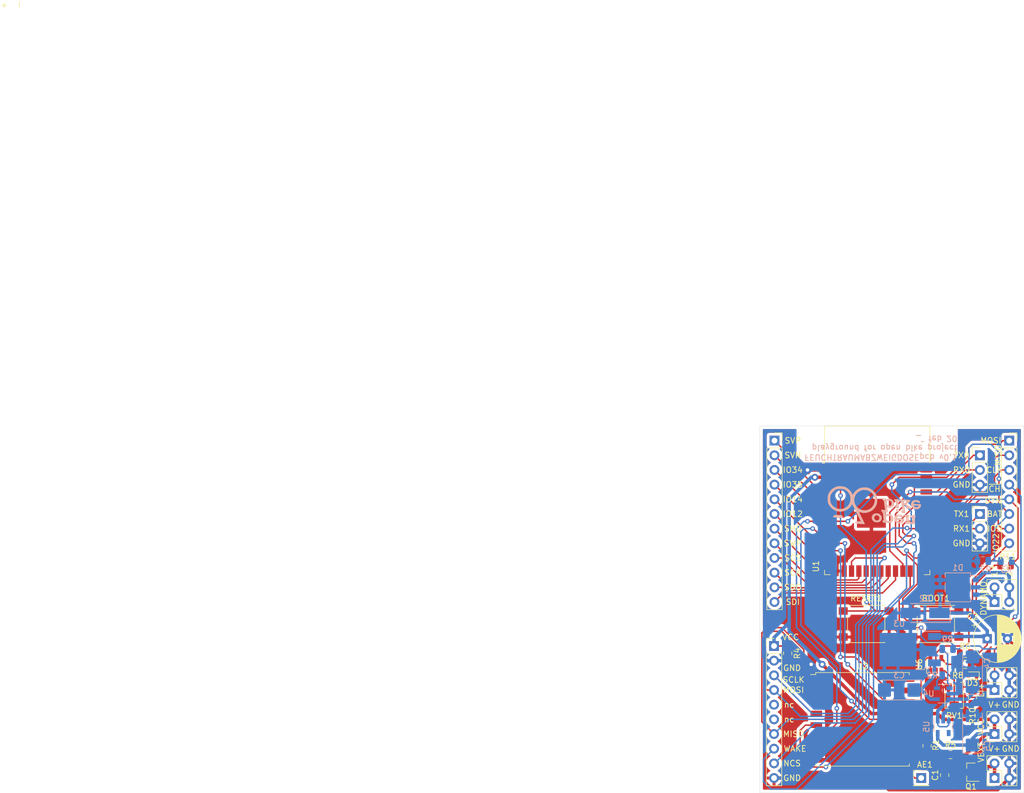
<source format=kicad_pcb>
(kicad_pcb (version 20171130) (host pcbnew 5.1.5)
  (layers (0 F.Cu signal) (31 B.Cu signal) (34 B.Paste user) (35 F.Paste user) (36 B.SilkS user) (37 F.SilkS user) (38 B.Mask user) (39 F.Mask user) (44 Edge.Cuts user))
  (net 0 "")
  (net 1 "Net-(AE1-Pad1)")
  (net 2 "Net-(BOOT1-Pad1)")
  (net 3 VCC)
  (net 4 GND)
  (net 5 "Net-(J2-Pad2)")
  (net 6 "Net-(J2-Pad1)")
  (net 7 "Net-(RESET1-Pad2)")
  (net 8 "Net-(U1-Pad32)")
  (net 9 RFM_NSS)
  (net 10 RFM_DIO1)
  (net 11 RFM_DIO0)
  (net 12 RFM_RESET)
  (net 13 "Net-(U2-Pad16)")
  (net 14 "Net-(U2-Pad12)")
  (net 15 "Net-(U2-Pad11)")
  (net 16 "Net-(U2-Pad7)")
  (net 17 "Net-(J3-Pad6)")
  (net 18 "Net-(J3-Pad5)")
  (net 19 SCLK)
  (net 20 MISO)
  (net 21 MOSI)
  (net 22 MPU_NCS)
  (net 23 VEXT)
  (net 24 ADC_BATT)
  (net 25 ESP_SCS)
  (net 26 ESP_SCK)
  (net 27 ESP_SWP)
  (net 28 ESP_SHD)
  (net 29 ESP_SDI)
  (net 30 ESP_SDO)
  (net 31 SVN)
  (net 32 SVP)
  (net 33 IO35)
  (net 34 "Net-(C1-Pad2)")
  (net 35 "Net-(C2-Pad1)")
  (net 36 "Net-(D1-Pad2)")
  (net 37 "Net-(D1-Pad1)")
  (net 38 "Net-(C3-Pad1)")
  (net 39 "Net-(R2-Pad1)")
  (net 40 "Net-(C4-Pad1)")
  (net 41 "Net-(D3-Pad2)")
  (net 42 "Net-(RV1-Pad2)")
  (net 43 /power/WAKE)
  (net 44 ~CHARGE)
  (net 45 DYNAMO)
  (net 46 "Net-(R10-Pad2)")
  (net 47 /power/~CHRG)
  (net 48 "Net-(U5-Pad4)")
  (net 49 ~VEXT_ON)
  (net 50 IO12)
  (net 51 RX1)
  (net 52 TX1)
  (net 53 IO5)
  (net 54 IO34)
  (net 55 GYRO_WAKE)
  (net 56 IO14)
  (net 57 IO22)
  (module logo:logo (layer B.Cu) (at 149.352 64.516)
    (fp_text reference G*** hide)
    (fp_text value LOGO hide)
  )
  (module Connector_PinSocket_2.54mm:PinSocket_1x08_P2.54mm_Vertical (layer F.Cu) (at 172.72 53.34)
    (fp_text reference J9 hide)
    (fp_text value Conn_01x08)
    (pad 8 thru_hole oval (at 0 17.78) (size 1.7 1.7) (drill 1) (layers *.Cu *.Mask) (net 57 IO22))
    (pad 7 thru_hole oval (at 0 15.24) (size 1.7 1.7) (drill 1) (layers *.Cu *.Mask) (net 53 IO5))
    (pad 6 thru_hole oval (at 0 12.7) (size 1.7 1.7) (drill 1) (layers *.Cu *.Mask) (net 24 ADC_BATT))
    (pad 5 thru_hole oval (at 0 10.16) (size 1.7 1.7) (drill 1) (layers *.Cu *.Mask) (net 45 DYNAMO))
    (pad 4 thru_hole oval (at 0 7.62) (size 1.7 1.7) (drill 1) (layers *.Cu *.Mask) (net 44 ~CHARGE))
    (pad 3 thru_hole oval (at 0 5.08) (size 1.7 1.7) (drill 1) (layers *.Cu *.Mask) (net 19 SCLK))
    (pad 2 thru_hole oval (at 0 2.54) (size 1.7 1.7) (drill 1) (layers *.Cu *.Mask) (net 20 MISO))
    (pad 1 thru_hole rect (at 0 0) (size 1.7 1.7) (drill 1) (layers *.Cu *.Mask) (net 21 MOSI))
  )
  (module Connector_PinSocket_2.54mm:PinSocket_1x12_P2.54mm_Vertical (layer F.Cu) (at 132.08 53.34)
    (fp_text reference J8 hide)
    (fp_text value Conn_01x12)
    (pad 12 thru_hole oval (at 0 27.94) (size 1.7 1.7) (drill 1) (layers *.Cu *.Mask) (net 29 ESP_SDI))
    (pad 11 thru_hole oval (at 0 25.4) (size 1.7 1.7) (drill 1) (layers *.Cu *.Mask) (net 30 ESP_SDO))
    (pad 10 thru_hole oval (at 0 22.86) (size 1.7 1.7) (drill 1) (layers *.Cu *.Mask) (net 26 ESP_SCK))
    (pad 9 thru_hole oval (at 0 20.32) (size 1.7 1.7) (drill 1) (layers *.Cu *.Mask) (net 25 ESP_SCS))
    (pad 8 thru_hole oval (at 0 17.78) (size 1.7 1.7) (drill 1) (layers *.Cu *.Mask) (net 27 ESP_SWP))
    (pad 7 thru_hole oval (at 0 15.24) (size 1.7 1.7) (drill 1) (layers *.Cu *.Mask) (net 28 ESP_SHD))
    (pad 6 thru_hole oval (at 0 12.7) (size 1.7 1.7) (drill 1) (layers *.Cu *.Mask) (net 50 IO12))
    (pad 5 thru_hole oval (at 0 10.16) (size 1.7 1.7) (drill 1) (layers *.Cu *.Mask) (net 56 IO14))
    (pad 4 thru_hole oval (at 0 7.62) (size 1.7 1.7) (drill 1) (layers *.Cu *.Mask) (net 33 IO35))
    (pad 3 thru_hole oval (at 0 5.08) (size 1.7 1.7) (drill 1) (layers *.Cu *.Mask) (net 54 IO34))
    (pad 2 thru_hole oval (at 0 2.54) (size 1.7 1.7) (drill 1) (layers *.Cu *.Mask) (net 31 SVN))
    (pad 1 thru_hole rect (at 0 0) (size 1.7 1.7) (drill 1) (layers *.Cu *.Mask) (net 32 SVP))
  )
  (module Resistor_SMD:R_0805_2012Metric (layer F.Cu) (at 162.56 107.696)
    (fp_text reference R5 (at 0 -1.65) (layer F.SilkS))
    (fp_text value 1M)
    (pad 2 smd roundrect (at 0.9375 0) (size 0.975 1.4) (layers F.Cu F.Paste F.Mask) (net 3 VCC))
    (pad 1 smd roundrect (at -0.9375 0) (size 0.975 1.4) (layers F.Cu F.Paste F.Mask) (net 34 "Net-(C1-Pad2)"))
  )
  (module Connector_PinHeader_2.54mm:PinHeader_1x03_P2.54mm_Vertical (layer F.Cu) (at 167.64 66.04)
    (fp_text reference J5 hide)
    (fp_text value Conn_01x03)
    (pad 3 thru_hole oval (at 0 5.08) (size 1.7 1.7) (drill 1) (layers *.Cu *.Mask) (net 4 GND))
    (pad 2 thru_hole oval (at 0 2.54) (size 1.7 1.7) (drill 1) (layers *.Cu *.Mask) (net 51 RX1))
    (pad 1 thru_hole rect (at 0 0) (size 1.7 1.7) (drill 1) (layers *.Cu *.Mask) (net 52 TX1))
  )
  (module Package_TO_SOT_SMD:SOT-23-5 (layer B.Cu) (at 161.29 102.87 270)
    (fp_text reference U5 (at 0 2.9 90) (layer B.SilkS) (effects (justify mirror)))
    (fp_text value TLV75733PDBV)
    (pad 1 smd rect (at -1.1 0.95 270) (size 1.06 0.65) (layers B.Cu B.Paste B.Mask) (net 40 "Net-(C4-Pad1)"))
    (pad 2 smd rect (at -1.1 0 270) (size 1.06 0.65) (layers B.Cu B.Paste B.Mask) (net 4 GND))
    (pad 3 smd rect (at -1.1 -0.95 270) (size 1.06 0.65) (layers B.Cu B.Paste B.Mask) (net 40 "Net-(C4-Pad1)"))
    (pad 4 smd rect (at 1.1 -0.95 270) (size 1.06 0.65) (layers B.Cu B.Paste B.Mask) (net 48 "Net-(U5-Pad4)"))
    (pad 5 smd rect (at 1.1 0.95 270) (size 1.06 0.65) (layers B.Cu B.Paste B.Mask) (net 3 VCC))
  )
  (module Capacitor_Tantalum_SMD:CP_EIA-6032-28_Kemet-C_Pad2.25x2.35mm_HandSolder (layer B.Cu) (at 166.37 103.505 90)
    (fp_text reference C5 (at -2.667 2.55 90) (layer B.SilkS) (effects (justify mirror)))
    (fp_text value 10u)
    (pad 2 smd roundrect (at 2.55 0 90) (size 2.25 2.35) (layers B.Cu B.Paste B.Mask) (roundrect_rratio 0.111111) (net 4 GND))
    (pad 1 smd roundrect (at -2.55 0 90) (size 2.25 2.35) (layers B.Cu B.Paste B.Mask) (roundrect_rratio 0.111111) (net 3 VCC))
  )
  (module Resistor_SMD:R_0805_2012Metric (layer F.Cu) (at 172.085 74.93 180)
    (fp_text reference R11 (at -0.381 1.524 180) (layer F.SilkS))
    (fp_text value 10k)
    (pad 2 smd roundrect (at 0.9375 0 180) (size 0.975 1.4) (layers F.Cu F.Paste F.Mask) (net 43 /power/WAKE))
    (pad 1 smd roundrect (at -0.9375 0 180) (size 0.975 1.4) (layers F.Cu F.Paste F.Mask) (net 45 DYNAMO))
  )
  (module Resistor_SMD:R_0805_2012Metric (layer B.Cu) (at 162.052 89.408 180)
    (fp_text reference R9 (at 0 1.65 180) (layer B.SilkS) (effects (justify mirror)))
    (fp_text value 10k)
    (pad 2 smd roundrect (at 0.9375 0 180) (size 0.975 1.4) (layers B.Cu B.Paste B.Mask) (net 47 /power/~CHRG))
    (pad 1 smd roundrect (at -0.9375 0 180) (size 0.975 1.4) (layers B.Cu B.Paste B.Mask) (net 44 ~CHARGE))
  )
  (module Diode_SMD:D_SMA_Handsoldering (layer B.Cu) (at 158.115 83.185 180)
    (fp_text reference D2 (at 0 2.5) (layer B.SilkS) (effects (justify mirror)))
    (fp_text value 22V)
    (pad 1 smd rect (at -2.5 0 180) (size 3.5 1.8) (layers B.Cu B.Paste B.Mask) (net 35 "Net-(C2-Pad1)"))
    (pad 2 smd rect (at 2.5 0 180) (size 3.5 1.8) (layers B.Cu B.Paste B.Mask) (net 4 GND))
  )
  (module Capacitor_Tantalum_SMD:CP_EIA-6032-28_Kemet-C_Pad2.25x2.35mm_HandSolder (layer B.Cu) (at 166.37 93.345 90)
    (fp_text reference C4 (at 1.397 2.55 90) (layer B.SilkS) (effects (justify mirror)))
    (fp_text value 4.7u)
    (pad 2 smd roundrect (at 2.55 0 90) (size 2.25 2.35) (layers B.Cu B.Paste B.Mask) (roundrect_rratio 0.111111) (net 4 GND))
    (pad 1 smd roundrect (at -2.55 0 90) (size 2.25 2.35) (layers B.Cu B.Paste B.Mask) (roundrect_rratio 0.111111) (net 40 "Net-(C4-Pad1)"))
  )
  (module Capacitor_Tantalum_SMD:CP_EIA-6032-28_Kemet-C_Pad2.25x2.35mm_HandSolder (layer B.Cu) (at 153.67 96.52 180)
    (fp_text reference C3 (at 0 2.55) (layer B.SilkS) (effects (justify mirror)))
    (fp_text value 4.7u)
    (pad 2 smd roundrect (at 2.55 0 180) (size 2.25 2.35) (layers B.Cu B.Paste B.Mask) (roundrect_rratio 0.111111) (net 4 GND))
    (pad 1 smd roundrect (at -2.55 0 180) (size 2.25 2.35) (layers B.Cu B.Paste B.Mask) (roundrect_rratio 0.111111) (net 38 "Net-(C3-Pad1)"))
  )
  (module Capacitor_THT:CP_Radial_D8.0mm_P3.50mm (layer F.Cu) (at 168.91 87.63)
    (fp_text reference C2 (at -2.54 -3.81) (layer F.SilkS))
    (fp_text value 470u)
    (pad 2 thru_hole circle (at 3.5 0) (size 1.6 1.6) (drill 0.8) (layers *.Cu *.Mask) (net 4 GND))
    (pad 1 thru_hole rect (at 0 0) (size 1.6 1.6) (drill 0.8) (layers *.Cu *.Mask) (net 35 "Net-(C2-Pad1)"))
  )
  (module Package_TO_SOT_SMD:TO-252-2 (layer B.Cu) (at 155.575 89.535 180)
    (fp_text reference U3 (at 1.905 4.5) (layer B.SilkS) (effects (justify mirror)))
    (fp_text value LF50_TO220)
    (pad 1 smd rect (at -4.2 2.28 180) (size 2.2 1.2) (layers B.Cu B.Paste B.Mask) (net 35 "Net-(C2-Pad1)"))
    (pad 3 smd rect (at -4.2 -2.28 180) (size 2.2 1.2) (layers B.Cu B.Paste B.Mask) (net 38 "Net-(C3-Pad1)"))
    (pad 2 smd rect (at 2.1 0 180) (size 6.4 5.8) (layers B.Cu B.Mask) (net 4 GND))
  )
  (module Potentiometer_SMD:Potentiometer_Bourns_TC33X_Vertical (layer F.Cu) (at 163.195 97.79 270)
    (fp_text reference RV1 (at 3.175 0 180) (layer F.SilkS))
    (fp_text value 1M)
    (pad 2 smd rect (at 1.45 0 270) (size 1.5 1.6) (layers F.Cu F.Paste F.Mask) (net 42 "Net-(RV1-Pad2)"))
    (pad 3 smd rect (at -1.8 1 270) (size 1.2 1.2) (layers F.Cu F.Paste F.Mask) (net 4 GND))
    (pad 1 smd rect (at -1.8 -1 270) (size 1.2 1.2) (layers F.Cu F.Paste F.Mask) (net 46 "Net-(R10-Pad2)"))
  )
  (module Resistor_SMD:R_0805_2012Metric (layer F.Cu) (at 166.37 97.79 90)
    (fp_text reference R10 (at -3.175 0 270) (layer F.SilkS))
    (fp_text value 9M)
    (pad 2 smd roundrect (at 0.9375 0 90) (size 0.975 1.4) (layers F.Cu F.Paste F.Mask) (net 46 "Net-(R10-Pad2)"))
    (pad 1 smd roundrect (at -0.9375 0 90) (size 0.975 1.4) (layers F.Cu F.Paste F.Mask) (net 3 VCC))
  )
  (module Resistor_SMD:R_0805_2012Metric (layer F.Cu) (at 165.1 90.17 180)
    (fp_text reference R8 (at 1.27 -3.81) (layer F.SilkS))
    (fp_text value 1M)
    (pad 2 smd roundrect (at 0.9375 0 180) (size 0.975 1.4) (layers F.Cu F.Paste F.Mask) (net 41 "Net-(D3-Pad2)"))
    (pad 1 smd roundrect (at -0.9375 0 180) (size 0.975 1.4) (layers F.Cu F.Paste F.Mask) (net 35 "Net-(C2-Pad1)"))
  )
  (module Resistor_SMD:R_0805_2012Metric (layer B.Cu) (at 168.148 74.168 180)
    (fp_text reference R7 (at -0.508 -1.524) (layer B.SilkS) (effects (justify mirror)))
    (fp_text value 1M)
    (pad 2 smd roundrect (at 0.9375 0 180) (size 0.975 1.4) (layers B.Cu B.Paste B.Mask) (net 4 GND))
    (pad 1 smd roundrect (at -0.9375 0 180) (size 0.975 1.4) (layers B.Cu B.Paste B.Mask) (net 24 ADC_BATT))
  )
  (module Resistor_SMD:R_0805_2012Metric (layer F.Cu) (at 165.1 92.075)
    (fp_text reference R6 (at 0 -3.175) (layer F.SilkS))
    (fp_text value 47k)
    (pad 2 smd roundrect (at 0.9375 0) (size 0.975 1.4) (layers F.Cu F.Paste F.Mask) (net 4 GND))
    (pad 1 smd roundrect (at -0.9375 0) (size 0.975 1.4) (layers F.Cu F.Paste F.Mask) (net 41 "Net-(D3-Pad2)"))
  )
  (module Resistor_SMD:R_0805_2012Metric (layer B.Cu) (at 172.212 74.168 180)
    (fp_text reference R3 (at 0 -1.524) (layer B.SilkS) (effects (justify mirror)))
    (fp_text value 9M)
    (pad 2 smd roundrect (at 0.9375 0 180) (size 0.975 1.4) (layers B.Cu B.Paste B.Mask) (net 24 ADC_BATT))
    (pad 1 smd roundrect (at -0.9375 0 180) (size 0.975 1.4) (layers B.Cu B.Paste B.Mask) (net 40 "Net-(C4-Pad1)"))
  )
  (module Resistor_SMD:R_0805_2012Metric (layer B.Cu) (at 162.052 93.98)
    (fp_text reference R2 (at -2.667 0) (layer B.SilkS) (effects (justify mirror)))
    (fp_text value 10k)
    (pad 2 smd roundrect (at 0.9375 0) (size 0.975 1.4) (layers B.Cu B.Paste B.Mask) (net 4 GND))
    (pad 1 smd roundrect (at -0.9375 0) (size 0.975 1.4) (layers B.Cu B.Paste B.Mask) (net 39 "Net-(R2-Pad1)"))
  )
  (module Connector_PinHeader_2.54mm:PinHeader_2x02_P2.54mm_Vertical (layer F.Cu) (at 170.18 96.52 90)
    (fp_text reference LI+ (at 0 -2.33 90) (layer F.SilkS))
    (fp_text value LI+)
    (pad 4 thru_hole oval (at 2.54 2.54 90) (size 1.7 1.7) (drill 1) (layers *.Cu *.Mask) (net 4 GND))
    (pad 3 thru_hole oval (at 0 2.54 90) (size 1.7 1.7) (drill 1) (layers *.Cu *.Mask) (net 4 GND))
    (pad 2 thru_hole oval (at 2.54 0 90) (size 1.7 1.7) (drill 1) (layers *.Cu *.Mask) (net 40 "Net-(C4-Pad1)"))
    (pad 1 thru_hole rect (at 0 0 90) (size 1.7 1.7) (drill 1) (layers *.Cu *.Mask) (net 40 "Net-(C4-Pad1)"))
  )
  (module Connector_PinHeader_2.54mm:PinHeader_2x02_P2.54mm_Vertical (layer F.Cu) (at 170.18 81.28 90)
    (fp_text reference DYNAMO (at 0.635 -1.905 90) (layer F.SilkS))
    (fp_text value DYN)
    (pad 4 thru_hole oval (at 2.54 2.54 90) (size 1.7 1.7) (drill 1) (layers *.Cu *.Mask) (net 37 "Net-(D1-Pad1)"))
    (pad 3 thru_hole oval (at 0 2.54 90) (size 1.7 1.7) (drill 1) (layers *.Cu *.Mask) (net 37 "Net-(D1-Pad1)"))
    (pad 2 thru_hole oval (at 2.54 0 90) (size 1.7 1.7) (drill 1) (layers *.Cu *.Mask) (net 36 "Net-(D1-Pad2)"))
    (pad 1 thru_hole rect (at 0 0 90) (size 1.7 1.7) (drill 1) (layers *.Cu *.Mask) (net 36 "Net-(D1-Pad2)"))
  )
  (module Resistor_SMD:R_0805_2012Metric (layer F.Cu) (at 134.366 90.17 270)
    (fp_text reference R4 (at 0 -1.65 270) (layer F.SilkS))
    (fp_text value 10k)
    (pad 2 smd roundrect (at 0.9375 0 270) (size 0.975 1.4) (layers F.Cu F.Paste F.Mask) (net 21 MOSI))
    (pad 1 smd roundrect (at -0.9375 0 270) (size 0.975 1.4) (layers F.Cu F.Paste F.Mask) (net 3 VCC))
  )
  (module Package_TO_SOT_SMD:SOT-23-5 (layer F.Cu) (at 160.02 92.075 90)
    (fp_text reference U6 (at 0 -2.9 90) (layer F.SilkS))
    (fp_text value TS881xLx)
    (pad 5 smd rect (at 1.1 -0.95 90) (size 1.06 0.65) (layers F.Cu F.Paste F.Mask) (net 3 VCC))
    (pad 4 smd rect (at 1.1 0.95 90) (size 1.06 0.65) (layers F.Cu F.Paste F.Mask) (net 41 "Net-(D3-Pad2)"))
    (pad 3 smd rect (at -1.1 0.95 90) (size 1.06 0.65) (layers F.Cu F.Paste F.Mask) (net 42 "Net-(RV1-Pad2)"))
    (pad 2 smd rect (at -1.1 0 90) (size 1.06 0.65) (layers F.Cu F.Paste F.Mask) (net 4 GND))
    (pad 1 smd rect (at -1.1 -0.95 90) (size 1.06 0.65) (layers F.Cu F.Paste F.Mask) (net 43 /power/WAKE))
  )
  (module Diode_SMD:D_SOD-523 (layer F.Cu) (at 166.37 93.98 180)
    (fp_text reference D3 (at 0 -1.3) (layer F.SilkS))
    (fp_text value 1N914WT)
    (pad 1 smd rect (at -0.7 0) (size 0.6 0.7) (layers F.Cu F.Paste F.Mask) (net 4 GND))
    (pad 2 smd rect (at 0.7 0) (size 0.6 0.7) (layers F.Cu F.Paste F.Mask) (net 41 "Net-(D3-Pad2)"))
  )
  (module Package_TO_SOT_SMD:SOT-23-5 (layer B.Cu) (at 161.29 97.155 180)
    (fp_text reference U4 (at 2.54 0) (layer B.SilkS) (effects (justify mirror)))
    (fp_text value MCP73832-2-OT)
    (pad 5 smd rect (at 1.1 0.95 180) (size 1.06 0.65) (layers B.Cu B.Paste B.Mask) (net 39 "Net-(R2-Pad1)"))
    (pad 4 smd rect (at 1.1 -0.95 180) (size 1.06 0.65) (layers B.Cu B.Paste B.Mask) (net 38 "Net-(C3-Pad1)"))
    (pad 3 smd rect (at -1.1 -0.95 180) (size 1.06 0.65) (layers B.Cu B.Paste B.Mask) (net 40 "Net-(C4-Pad1)"))
    (pad 2 smd rect (at -1.1 0 180) (size 1.06 0.65) (layers B.Cu B.Paste B.Mask) (net 4 GND))
    (pad 1 smd rect (at -1.1 0.95 180) (size 1.06 0.65) (layers B.Cu B.Paste B.Mask) (net 47 /power/~CHRG))
  )
  (module Package_TO_SOT_SMD:TO-269AA (layer B.Cu) (at 163.83 78.74 180)
    (fp_text reference D1 (at 0 3.4) (layer B.SilkS) (effects (justify mirror)))
    (fp_text value MB2S)
    (pad 4 smd rect (at 3.075 1.27 180) (size 1 0.8) (layers B.Cu B.Paste B.Mask) (net 4 GND))
    (pad 3 smd rect (at 3.075 -1.27 180) (size 1 0.8) (layers B.Cu B.Paste B.Mask) (net 35 "Net-(C2-Pad1)"))
    (pad 2 smd rect (at -3.075 -1.27 180) (size 1 0.8) (layers B.Cu B.Paste B.Mask) (net 36 "Net-(D1-Pad2)"))
    (pad 1 smd rect (at -3.075 1.27 180) (size 1 0.8) (layers B.Cu B.Paste B.Mask) (net 37 "Net-(D1-Pad1)"))
  )
  (module Capacitor_SMD:C_0805_2012Metric (layer F.Cu) (at 161.544 111.252 90)
    (fp_text reference C1 (at 0 -1.65 270) (layer F.SilkS))
    (fp_text value opt)
    (pad 2 smd roundrect (at 0.9375 0 90) (size 0.975 1.4) (layers F.Cu F.Paste F.Mask) (net 34 "Net-(C1-Pad2)"))
    (pad 1 smd roundrect (at -0.9375 0 90) (size 0.975 1.4) (layers F.Cu F.Paste F.Mask) (net 4 GND))
  )
  (module Connector_PinHeader_2.54mm:PinHeader_2x02_P2.54mm_Vertical (layer F.Cu) (at 170.18 104.14 90)
    (fp_text reference VCC (at 1.27 -2.33 90) (layer F.SilkS))
    (fp_text value VC)
    (pad 4 thru_hole oval (at 2.54 2.54 90) (size 1.7 1.7) (drill 1) (layers *.Cu *.Mask) (net 4 GND))
    (pad 3 thru_hole oval (at 0 2.54 90) (size 1.7 1.7) (drill 1) (layers *.Cu *.Mask) (net 4 GND))
    (pad 2 thru_hole oval (at 2.54 0 90) (size 1.7 1.7) (drill 1) (layers *.Cu *.Mask) (net 3 VCC))
    (pad 1 thru_hole rect (at 0 0 90) (size 1.7 1.7) (drill 1) (layers *.Cu *.Mask) (net 3 VCC))
  )
  (module Package_TO_SOT_SMD:SOT-23 (layer F.Cu) (at 166.116 110.744 180)
    (fp_text reference Q1 (at 0 -2.5) (layer F.SilkS))
    (fp_text value DMG2301L)
    (pad 3 smd rect (at 1 0 180) (size 0.9 0.8) (layers F.Cu F.Paste F.Mask) (net 3 VCC))
    (pad 2 smd rect (at -1 0.95 180) (size 0.9 0.8) (layers F.Cu F.Paste F.Mask) (net 23 VEXT))
    (pad 1 smd rect (at -1 -0.95 180) (size 0.9 0.8) (layers F.Cu F.Paste F.Mask) (net 34 "Net-(C1-Pad2)"))
  )
  (module Connector_PinHeader_2.54mm:PinHeader_1x10_P2.54mm_Vertical (layer F.Cu) (at 132 88.9)
    (fp_text reference J3 hide)
    (fp_text value Conn_01x10)
    (pad 10 thru_hole oval (at 0 22.86) (size 1.7 1.7) (drill 1) (layers *.Cu *.Mask) (net 4 GND))
    (pad 9 thru_hole oval (at 0 20.32) (size 1.7 1.7) (drill 1) (layers *.Cu *.Mask) (net 22 MPU_NCS))
    (pad 8 thru_hole oval (at 0 17.78) (size 1.7 1.7) (drill 1) (layers *.Cu *.Mask) (net 55 GYRO_WAKE))
    (pad 7 thru_hole oval (at 0 15.24) (size 1.7 1.7) (drill 1) (layers *.Cu *.Mask) (net 20 MISO))
    (pad 6 thru_hole oval (at 0 12.7) (size 1.7 1.7) (drill 1) (layers *.Cu *.Mask) (net 17 "Net-(J3-Pad6)"))
    (pad 5 thru_hole oval (at 0 10.16) (size 1.7 1.7) (drill 1) (layers *.Cu *.Mask) (net 18 "Net-(J3-Pad5)"))
    (pad 4 thru_hole oval (at 0 7.62) (size 1.7 1.7) (drill 1) (layers *.Cu *.Mask) (net 21 MOSI))
    (pad 3 thru_hole oval (at 0 5.08) (size 1.7 1.7) (drill 1) (layers *.Cu *.Mask) (net 19 SCLK))
    (pad 2 thru_hole oval (at 0 2.54) (size 1.7 1.7) (drill 1) (layers *.Cu *.Mask) (net 4 GND))
    (pad 1 thru_hole rect (at 0 0) (size 1.7 1.7) (drill 1) (layers *.Cu *.Mask) (net 3 VCC))
  )
  (module RF_Module:HOPERF_RFM9XW_SMD (layer F.Cu) (at 147.32 101.6)
    (fp_text reference U2 (at 0 -9.2) (layer F.SilkS))
    (fp_text value RFM95W-868S2)
    (pad 16 smd rect (at 8 -7) (size 2 1) (layers F.Cu F.Paste F.Mask) (net 13 "Net-(U2-Pad16)"))
    (pad 15 smd rect (at 8 -5) (size 2 1) (layers F.Cu F.Paste F.Mask) (net 10 RFM_DIO1))
    (pad 14 smd rect (at 8 -3) (size 2 1) (layers F.Cu F.Paste F.Mask) (net 11 RFM_DIO0))
    (pad 13 smd rect (at 8 -1) (size 2 1) (layers F.Cu F.Paste F.Mask) (net 3 VCC))
    (pad 12 smd rect (at 8 1) (size 2 1) (layers F.Cu F.Paste F.Mask) (net 14 "Net-(U2-Pad12)"))
    (pad 11 smd rect (at 8 3) (size 2 1) (layers F.Cu F.Paste F.Mask) (net 15 "Net-(U2-Pad11)"))
    (pad 10 smd rect (at 8 5) (size 2 1) (layers F.Cu F.Paste F.Mask) (net 4 GND))
    (pad 9 smd rect (at 8 7) (size 2 1) (layers F.Cu F.Paste F.Mask) (net 1 "Net-(AE1-Pad1)"))
    (pad 8 smd rect (at -8 7) (size 2 1) (layers F.Cu F.Paste F.Mask) (net 4 GND))
    (pad 7 smd rect (at -8 5) (size 2 1) (layers F.Cu F.Paste F.Mask) (net 16 "Net-(U2-Pad7)"))
    (pad 6 smd rect (at -8 3) (size 2 1) (layers F.Cu F.Paste F.Mask) (net 12 RFM_RESET))
    (pad 5 smd rect (at -8 1) (size 2 1) (layers F.Cu F.Paste F.Mask) (net 9 RFM_NSS))
    (pad 4 smd rect (at -8 -1) (size 2 1) (layers F.Cu F.Paste F.Mask) (net 19 SCLK))
    (pad 3 smd rect (at -8 -3) (size 2 1) (layers F.Cu F.Paste F.Mask) (net 21 MOSI))
    (pad 2 smd rect (at -8 -5) (size 2 1) (layers F.Cu F.Paste F.Mask) (net 20 MISO))
    (pad 1 smd rect (at -8 -7) (size 2 1) (layers F.Cu F.Paste F.Mask) (net 4 GND))
  )
  (module RF_Module:ESP32-WROOM-32 (layer F.Cu) (at 149.86 66.675)
    (fp_text reference U1 (at -10.61 8.43 90) (layer F.SilkS))
    (fp_text value ESP32-WROOM-32)
    (pad 38 smd rect (at 8.5 -8.255) (size 2 0.9) (layers F.Cu F.Paste F.Mask) (net 4 GND))
    (pad 37 smd rect (at 8.5 -6.985) (size 2 0.9) (layers F.Cu F.Paste F.Mask) (net 21 MOSI))
    (pad 36 smd rect (at 8.5 -5.715) (size 2 0.9) (layers F.Cu F.Paste F.Mask) (net 57 IO22))
    (pad 35 smd rect (at 8.5 -4.445) (size 2 0.9) (layers F.Cu F.Paste F.Mask) (net 6 "Net-(J2-Pad1)"))
    (pad 34 smd rect (at 8.5 -3.175) (size 2 0.9) (layers F.Cu F.Paste F.Mask) (net 5 "Net-(J2-Pad2)"))
    (pad 33 smd rect (at 8.5 -1.905) (size 2 0.9) (layers F.Cu F.Paste F.Mask) (net 9 RFM_NSS))
    (pad 32 smd rect (at 8.5 -0.635) (size 2 0.9) (layers F.Cu F.Paste F.Mask) (net 8 "Net-(U1-Pad32)"))
    (pad 31 smd rect (at 8.5 0.635) (size 2 0.9) (layers F.Cu F.Paste F.Mask) (net 20 MISO))
    (pad 30 smd rect (at 8.5 1.905) (size 2 0.9) (layers F.Cu F.Paste F.Mask) (net 19 SCLK))
    (pad 29 smd rect (at 8.5 3.175) (size 2 0.9) (layers F.Cu F.Paste F.Mask) (net 53 IO5))
    (pad 28 smd rect (at 8.5 4.445) (size 2 0.9) (layers F.Cu F.Paste F.Mask) (net 52 TX1))
    (pad 27 smd rect (at 8.5 5.715) (size 2 0.9) (layers F.Cu F.Paste F.Mask) (net 51 RX1))
    (pad 26 smd rect (at 8.5 6.985) (size 2 0.9) (layers F.Cu F.Paste F.Mask) (net 55 GYRO_WAKE))
    (pad 25 smd rect (at 8.5 8.255) (size 2 0.9) (layers F.Cu F.Paste F.Mask) (net 2 "Net-(BOOT1-Pad1)"))
    (pad 24 smd rect (at 5.715 9.255 90) (size 2 0.9) (layers F.Cu F.Paste F.Mask) (net 44 ~CHARGE))
    (pad 23 smd rect (at 4.445 9.255 90) (size 2 0.9) (layers F.Cu F.Paste F.Mask) (net 45 DYNAMO))
    (pad 22 smd rect (at 3.175 9.255 90) (size 2 0.9) (layers F.Cu F.Paste F.Mask) (net 29 ESP_SDI))
    (pad 21 smd rect (at 1.905 9.255 90) (size 2 0.9) (layers F.Cu F.Paste F.Mask) (net 30 ESP_SDO))
    (pad 20 smd rect (at 0.635 9.255 90) (size 2 0.9) (layers F.Cu F.Paste F.Mask) (net 26 ESP_SCK))
    (pad 19 smd rect (at -0.635 9.255 90) (size 2 0.9) (layers F.Cu F.Paste F.Mask) (net 25 ESP_SCS))
    (pad 18 smd rect (at -1.905 9.255 90) (size 2 0.9) (layers F.Cu F.Paste F.Mask) (net 27 ESP_SWP))
    (pad 17 smd rect (at -3.175 9.255 90) (size 2 0.9) (layers F.Cu F.Paste F.Mask) (net 28 ESP_SHD))
    (pad 16 smd rect (at -4.445 9.255 90) (size 2 0.9) (layers F.Cu F.Paste F.Mask) (net 22 MPU_NCS))
    (pad 15 smd rect (at -5.715 9.255 90) (size 2 0.9) (layers F.Cu F.Paste F.Mask) (net 4 GND))
    (pad 14 smd rect (at -8.5 8.255) (size 2 0.9) (layers F.Cu F.Paste F.Mask) (net 50 IO12))
    (pad 13 smd rect (at -8.5 6.985) (size 2 0.9) (layers F.Cu F.Paste F.Mask) (net 56 IO14))
    (pad 12 smd rect (at -8.5 5.715) (size 2 0.9) (layers F.Cu F.Paste F.Mask) (net 10 RFM_DIO1))
    (pad 11 smd rect (at -8.5 4.445) (size 2 0.9) (layers F.Cu F.Paste F.Mask) (net 11 RFM_DIO0))
    (pad 10 smd rect (at -8.5 3.175) (size 2 0.9) (layers F.Cu F.Paste F.Mask) (net 49 ~VEXT_ON))
    (pad 9 smd rect (at -8.5 1.905) (size 2 0.9) (layers F.Cu F.Paste F.Mask) (net 12 RFM_RESET))
    (pad 8 smd rect (at -8.5 0.635) (size 2 0.9) (layers F.Cu F.Paste F.Mask) (net 24 ADC_BATT))
    (pad 7 smd rect (at -8.5 -0.635) (size 2 0.9) (layers F.Cu F.Paste F.Mask) (net 33 IO35))
    (pad 6 smd rect (at -8.5 -1.905) (size 2 0.9) (layers F.Cu F.Paste F.Mask) (net 54 IO34))
    (pad 5 smd rect (at -8.5 -3.175) (size 2 0.9) (layers F.Cu F.Paste F.Mask) (net 31 SVN))
    (pad 4 smd rect (at -8.5 -4.445) (size 2 0.9) (layers F.Cu F.Paste F.Mask) (net 32 SVP))
    (pad 3 smd rect (at -8.5 -5.715) (size 2 0.9) (layers F.Cu F.Paste F.Mask) (net 7 "Net-(RESET1-Pad2)"))
    (pad 2 smd rect (at -8.5 -6.985) (size 2 0.9) (layers F.Cu F.Paste F.Mask) (net 3 VCC))
    (pad 1 smd rect (at -8.5 -8.255) (size 2 0.9) (layers F.Cu F.Paste F.Mask) (net 4 GND))
    (pad 39 smd rect (at -1 -0.755) (size 5 5) (layers F.Cu F.Paste F.Mask) (net 4 GND))
  )
  (module Button_Switch_SMD:SW_Push_1P1T_NO_6x6mm_H9.5mm (layer F.Cu) (at 147.955 85.09 180)
    (fp_text reference RESET1 (at 0 4.445) (layer F.SilkS))
    (fp_text value SW_Push)
    (pad 2 smd rect (at 3.975 2.25 180) (size 1.55 1.3) (layers F.Cu F.Paste F.Mask) (net 7 "Net-(RESET1-Pad2)"))
    (pad 1 smd rect (at 3.975 -2.25 180) (size 1.55 1.3) (layers F.Cu F.Paste F.Mask) (net 4 GND))
    (pad 1 smd rect (at -3.975 -2.25 180) (size 1.55 1.3) (layers F.Cu F.Paste F.Mask) (net 4 GND))
    (pad 2 smd rect (at -3.975 2.25 180) (size 1.55 1.3) (layers F.Cu F.Paste F.Mask) (net 7 "Net-(RESET1-Pad2)"))
  )
  (module Resistor_SMD:R_0805_2012Metric (layer F.Cu) (at 158.496 106.172 90)
    (fp_text reference R1 (at 0.127 1.524 90) (layer F.SilkS))
    (fp_text value 10k)
    (pad 2 smd roundrect (at 0.9375 0 90) (size 0.975 1.4) (layers F.Cu F.Paste F.Mask) (net 49 ~VEXT_ON))
    (pad 1 smd roundrect (at -0.9375 0 90) (size 0.975 1.4) (layers F.Cu F.Paste F.Mask) (net 34 "Net-(C1-Pad2)"))
  )
  (module Connector_PinHeader_2.54mm:PinHeader_1x03_P2.54mm_Vertical (layer F.Cu) (at 167.64 55.88)
    (fp_text reference J2 hide)
    (fp_text value Conn_01x03)
    (pad 3 thru_hole oval (at 0 5.08) (size 1.7 1.7) (drill 1) (layers *.Cu *.Mask) (net 4 GND))
    (pad 2 thru_hole oval (at 0 2.54) (size 1.7 1.7) (drill 1) (layers *.Cu *.Mask) (net 5 "Net-(J2-Pad2)"))
    (pad 1 thru_hole rect (at 0 0) (size 1.7 1.7) (drill 1) (layers *.Cu *.Mask) (net 6 "Net-(J2-Pad1)"))
  )
  (module Connector_PinHeader_2.54mm:PinHeader_2x02_P2.54mm_Vertical (layer F.Cu) (at 170.18 111.76 90)
    (fp_text reference VEXT (at 4.445 -2.33 90) (layer F.SilkS))
    (fp_text value VEXT)
    (pad 4 thru_hole oval (at 2.54 2.54 90) (size 1.7 1.7) (drill 1) (layers *.Cu *.Mask) (net 4 GND))
    (pad 3 thru_hole oval (at 0 2.54 90) (size 1.7 1.7) (drill 1) (layers *.Cu *.Mask) (net 4 GND))
    (pad 2 thru_hole oval (at 2.54 0 90) (size 1.7 1.7) (drill 1) (layers *.Cu *.Mask) (net 23 VEXT))
    (pad 1 thru_hole rect (at 0 0 90) (size 1.7 1.7) (drill 1) (layers *.Cu *.Mask) (net 23 VEXT))
  )
  (module Button_Switch_SMD:SW_Push_1P1T_NO_6x6mm_H9.5mm (layer F.Cu) (at 160.02 85.09)
    (fp_text reference BOOT1 (at 0 -4.445) (layer F.SilkS))
    (fp_text value SW_Push)
    (pad 2 smd rect (at 3.975 2.25) (size 1.55 1.3) (layers F.Cu F.Paste F.Mask) (net 4 GND))
    (pad 1 smd rect (at 3.975 -2.25) (size 1.55 1.3) (layers F.Cu F.Paste F.Mask) (net 2 "Net-(BOOT1-Pad1)"))
    (pad 1 smd rect (at -3.975 -2.25) (size 1.55 1.3) (layers F.Cu F.Paste F.Mask) (net 2 "Net-(BOOT1-Pad1)"))
    (pad 2 smd rect (at -3.975 2.25) (size 1.55 1.3) (layers F.Cu F.Paste F.Mask) (net 4 GND))
  )
  (module Connector_PinHeader_2.54mm:PinHeader_1x01_P2.54mm_Vertical (layer F.Cu) (at 157.48 111.76)
    (fp_text reference AE1 (at 0.635 -2.33) (layer F.SilkS))
    (fp_text value Antenna)
    (pad 1 thru_hole rect (at 0 0) (size 1.7 1.7) (drill 1) (layers *.Cu *.Mask) (net 1 "Net-(AE1-Pad1)"))
  )
  (gr_text GND (at 135.128 92.71) (layer F.SilkS) (effects (font (size 1 1))))
  (gr_text GND (at 135.128 111.76) (layer F.SilkS) (effects (font (size 1 1))))
  (gr_text nc (at 134.62 101.6) (layer F.SilkS) (effects (font (size 1 1))))
  (gr_text nc (at 134.62 99.06) (layer F.SilkS) (effects (font (size 1 1))))
  (gr_text NCS (at 135.128 109.22) (layer F.SilkS) (effects (font (size 1 1))))
  (gr_text WAKE (at 135.636 106.68) (layer F.SilkS) (effects (font (size 1 1))))
  (gr_text MISO (at 135.382 104.14) (layer F.SilkS) (effects (font (size 1 1))))
  (gr_text MOSI (at 135.382 96.52) (layer F.SilkS) (effects (font (size 1 1))))
  (gr_text SCLK (at 135.382 94.742) (layer F.SilkS) (effects (font (size 1 1))))
  (gr_text VCC (at 134.874 87.376) (layer F.SilkS) (effects (font (size 1 1))))
  (gr_text GND (at 172.974 106.68) (layer F.SilkS) (effects (font (size 1 1))))
  (gr_text V+ (at 170.18 106.68) (layer F.SilkS) (effects (font (size 1 1))))
  (gr_text GND (at 172.974 99.06) (layer F.SilkS) (effects (font (size 1 1))))
  (gr_text V+ (at 170.18 99.06) (layer F.SilkS) (effects (font (size 1 1))))
  (gr_text + (at -1.27 -22.098) (layer F.SilkS) (effects (font (size 1 1))))
  (gr_text - (at 1.27 -22.098 90) (layer F.SilkS) (effects (font (size 1 1))))
  (gr_text + (at 169.926 75.184) (layer F.SilkS) (effects (font (size 1 1))))
  (gr_text - (at 172.466 75.184 90) (layer F.SilkS) (effects (font (size 1 1))))
  (gr_text 2 (at 172.72 76.454 90) (layer F.SilkS) (effects (font (size 1 1))))
  (gr_text 1 (at 170.18 76.454 90) (layer F.SilkS) (effects (font (size 1 1))))
  (gr_text DYN (at 169.926 63.754) (layer F.SilkS) (effects (font (size 1 1))))
  (gr_text BAT (at 170.18 66.04) (layer F.SilkS) (effects (font (size 1 1))))
  (gr_text IO22 (at 170.434 71.12 90) (layer F.SilkS) (effects (font (size 1 1))))
  (gr_text IO5 (at 170.18 68.58) (layer F.SilkS) (effects (font (size 1 1))))
  (gr_text ~CH (at 170.18 61.722) (layer F.SilkS) (effects (font (size 1 1))))
  (gr_text CLK (at 170.18 58.42) (layer F.SilkS) (effects (font (size 1 1))))
  (gr_text MISO (at 170.815 55.88 90) (layer F.SilkS) (effects (font (size 1 1))))
  (gr_text MOSI (at 169.545 53.34) (layer F.SilkS) (effects (font (size 1 1))))
  (gr_text TX0 (at 164.465 55.88) (layer F.SilkS) (effects (font (size 1 1))))
  (gr_text RX0 (at 164.465 58.42) (layer F.SilkS) (effects (font (size 1 1))))
  (gr_text GND (at 164.465 60.96) (layer F.SilkS) (effects (font (size 1 1))))
  (gr_text TX1 (at 164.465 66.04) (layer F.SilkS) (effects (font (size 1 1))))
  (gr_text RX1 (at 164.465 68.58) (layer F.SilkS) (effects (font (size 1 1))))
  (gr_text GND (at 164.465 71.12) (layer F.SilkS) (effects (font (size 1 1))))
  (gr_text SDI (at 135.255 81.28) (layer F.SilkS) (effects (font (size 1 1))))
  (gr_text SDO (at 135.255 78.74) (layer F.SilkS) (effects (font (size 1 1))))
  (gr_text SCK (at 135.255 76.2) (layer F.SilkS) (effects (font (size 1 1))))
  (gr_text SCS (at 135.255 73.66) (layer F.SilkS) (effects (font (size 1 1))))
  (gr_text SWP (at 135.255 71.12) (layer F.SilkS) (effects (font (size 1 1))))
  (gr_text SHD (at 135.255 68.58) (layer F.SilkS) (effects (font (size 1 1))))
  (gr_text IO12 (at 135.255 66.04) (layer F.SilkS) (effects (font (size 1 1))))
  (gr_text IO14 (at 135.255 63.5) (layer F.SilkS) (effects (font (size 1 1))))
  (gr_text IO35 (at 135.255 60.96) (layer F.SilkS) (effects (font (size 1 1))))
  (gr_text IO34 (at 135.255 58.42) (layer F.SilkS) (effects (font (size 1 1))))
  (gr_text SVN (at 135.255 55.88) (layer F.SilkS) (effects (font (size 1 1))))
  (gr_text SVP (at 135.255 53.34) (layer F.SilkS) (effects (font (size 1 1))))
  (gr_text "FEUCHTRAUMABZWEIGDOSEpcb v0.1\nplayground for open bike project\n_^ feb 20" (at 163.83 54.61 180) (layer B.SilkS) (effects (font (size 1 1)) (justify right mirror)))
  (gr_line (start 129.54 114.3) (end 175.26 114.3) (layer Edge.Cuts) (width 0.05))
  (gr_line (start 175.26 50.8) (end 175.26 114.3) (layer Edge.Cuts) (width 0.05))
  (gr_line (start 129.54 50.8) (end 175.26 50.8) (layer Edge.Cuts) (width 0.05))
  (gr_line (start 129.54 50.8) (end 129.54 114.3) (layer Edge.Cuts) (width 0.05))
  (segment (start 155.32 110.7) (end 156.38 111.76) (width 0.25) (layer F.Cu) (net 1))
  (segment (start 156.38 111.76) (end 157.48 111.76) (width 0.25) (layer F.Cu) (net 1))
  (segment (start 155.32 108.6) (end 155.32 110.7) (width 0.25) (layer F.Cu) (net 1))
  (segment (start 158.36 75.63) (end 158.36 74.93) (width 0.25) (layer F.Cu) (net 2))
  (segment (start 158.36 79.625) (end 158.36 75.63) (width 0.25) (layer F.Cu) (net 2))
  (segment (start 156.045 81.94) (end 158.36 79.625) (width 0.25) (layer F.Cu) (net 2))
  (segment (start 156.045 82.84) (end 156.045 81.94) (width 0.25) (layer F.Cu) (net 2))
  (segment (start 156.045 82.84) (end 163.995 82.84) (width 0.25) (layer F.Cu) (net 2))
  (segment (start 160.29 100.6) (end 155.32 100.6) (width 0.6) (layer F.Cu) (net 3))
  (segment (start 161.29 101.6) (end 160.29 100.6) (width 0.6) (layer F.Cu) (net 3))
  (segment (start 132 87.45) (end 134.62 84.83) (width 0.6) (layer B.Cu) (net 3))
  (segment (start 132 88.9) (end 132 87.45) (width 0.6) (layer B.Cu) (net 3))
  (segment (start 134.62 84.83) (end 134.62 63.5) (width 0.6) (layer B.Cu) (net 3))
  (segment (start 134.62 63.5) (end 138.43 59.69) (width 0.6) (layer B.Cu) (net 3))
  (segment (start 138.43 59.69) (end 139.065 59.69) (width 0.6) (layer B.Cu) (net 3))
  (via (at 139.065 59.69) (size 1.2) (drill 0.6) (layers F.Cu B.Cu) (net 3))
  (segment (start 141.36 59.69) (end 139.065 59.69) (width 0.6) (layer F.Cu) (net 3))
  (segment (start 134.62 84.83) (end 134.62 86.36) (width 0.6) (layer B.Cu) (net 3))
  (segment (start 134.62 86.36) (end 140.335 92.075) (width 0.6) (layer B.Cu) (net 3))
  (via (at 140.335 92.075) (size 1.2) (drill 0.6) (layers F.Cu B.Cu) (net 3))
  (segment (start 148.86 100.6) (end 155.32 100.6) (width 0.6) (layer F.Cu) (net 3))
  (segment (start 140.335 92.075) (end 148.86 100.6) (width 0.6) (layer F.Cu) (net 3))
  (segment (start 167.16 104.14) (end 170.18 104.14) (width 0.6) (layer B.Cu) (net 3))
  (segment (start 166.37 106.055) (end 166.37 104.93) (width 0.6) (layer B.Cu) (net 3))
  (segment (start 166.37 104.93) (end 167.16 104.14) (width 0.6) (layer B.Cu) (net 3))
  (segment (start 161.295 106.055) (end 165.195 106.055) (width 0.6) (layer B.Cu) (net 3))
  (segment (start 160.34 105.1) (end 161.295 106.055) (width 0.6) (layer B.Cu) (net 3))
  (segment (start 165.195 106.055) (end 166.37 106.055) (width 0.6) (layer B.Cu) (net 3))
  (segment (start 160.34 103.97) (end 160.34 105.1) (width 0.6) (layer B.Cu) (net 3))
  (segment (start 158.495 90.975) (end 157.48 91.99) (width 0.25) (layer F.Cu) (net 3))
  (segment (start 159.07 90.975) (end 158.495 90.975) (width 0.25) (layer F.Cu) (net 3))
  (segment (start 157.48 91.99) (end 157.48 99.69) (width 0.25) (layer F.Cu) (net 3))
  (segment (start 156.57 100.6) (end 155.32 100.6) (width 0.25) (layer F.Cu) (net 3))
  (segment (start 157.48 99.69) (end 156.57 100.6) (width 0.25) (layer F.Cu) (net 3))
  (segment (start 166.37 100.965) (end 167.005 101.6) (width 0.25) (layer F.Cu) (net 3))
  (segment (start 166.37 98.7275) (end 166.37 100.965) (width 0.25) (layer F.Cu) (net 3))
  (segment (start 170.18 101.6) (end 167.005 101.6) (width 0.6) (layer F.Cu) (net 3))
  (segment (start 167.005 101.6) (end 161.29 101.6) (width 0.6) (layer F.Cu) (net 3))
  (segment (start 165.116 107.754) (end 165.116 109.744) (width 0.6) (layer F.Cu) (net 3))
  (segment (start 165.116 109.744) (end 165.116 110.744) (width 0.6) (layer F.Cu) (net 3))
  (segment (start 168.73 104.14) (end 165.116 107.754) (width 0.6) (layer F.Cu) (net 3))
  (segment (start 170.18 104.14) (end 168.73 104.14) (width 0.6) (layer F.Cu) (net 3))
  (segment (start 165.058 107.696) (end 165.116 107.754) (width 0.25) (layer F.Cu) (net 3))
  (segment (start 163.4975 107.696) (end 165.058 107.696) (width 0.25) (layer F.Cu) (net 3))
  (segment (start 170.18 104.14) (end 170.18 101.6) (width 0.6) (layer F.Cu) (net 3))
  (segment (start 132 88.9) (end 133.1 88.9) (width 0.25) (layer F.Cu) (net 3))
  (segment (start 134.366 89.2325) (end 134.1905 89.2325) (width 0.25) (layer F.Cu) (net 3))
  (segment (start 133.858 88.9) (end 133.1 88.9) (width 0.25) (layer F.Cu) (net 3))
  (segment (start 134.1905 89.2325) (end 133.858 88.9) (width 0.25) (layer F.Cu) (net 3))
  (segment (start 151.93 87.34) (end 156.045 87.34) (width 0.25) (layer F.Cu) (net 4))
  (segment (start 156.045 87.34) (end 163.995 87.34) (width 0.25) (layer F.Cu) (net 4))
  (segment (start 151.93 87.34) (end 143.98 87.34) (width 0.25) (layer F.Cu) (net 4))
  (segment (start 172.72 111.76) (end 172.72 109.22) (width 0.6) (layer F.Cu) (net 4))
  (segment (start 172.72 111.76) (end 170.70501 113.77499) (width 0.6) (layer F.Cu) (net 4))
  (segment (start 151.87499 113.77499) (end 149.86 111.76) (width 0.6) (layer F.Cu) (net 4))
  (segment (start 153.72 106.6) (end 155.32 106.6) (width 0.6) (layer F.Cu) (net 4))
  (segment (start 149.86 110.46) (end 153.72 106.6) (width 0.6) (layer F.Cu) (net 4))
  (segment (start 149.86 111.76) (end 149.86 110.46) (width 0.6) (layer F.Cu) (net 4))
  (segment (start 149.86 110.46) (end 148 108.6) (width 0.6) (layer F.Cu) (net 4))
  (segment (start 137.26 111.76) (end 149.86 111.76) (width 0.6) (layer F.Cu) (net 4))
  (segment (start 132 111.76) (end 137.26 111.76) (width 0.6) (layer F.Cu) (net 4))
  (segment (start 172.72 109.22) (end 172.72 104.14) (width 0.6) (layer F.Cu) (net 4))
  (segment (start 132 91.44) (end 133.985 91.44) (width 0.6) (layer B.Cu) (net 4))
  (segment (start 133.985 91.44) (end 137.795 91.44) (width 0.6) (layer B.Cu) (net 4))
  (via (at 138.43 92.075) (size 1.2) (drill 0.6) (layers F.Cu B.Cu) (net 4))
  (segment (start 137.795 91.44) (end 138.43 92.075) (width 0.6) (layer B.Cu) (net 4))
  (segment (start 138.43 93.71) (end 139.32 94.6) (width 0.6) (layer F.Cu) (net 4))
  (segment (start 138.43 92.075) (end 138.43 93.71) (width 0.6) (layer F.Cu) (net 4))
  (segment (start 132 91.44) (end 130.81 91.44) (width 0.6) (layer B.Cu) (net 4))
  (segment (start 130.81 91.44) (end 130.175 90.805) (width 0.6) (layer B.Cu) (net 4))
  (segment (start 130.175 90.805) (end 130.175 88.265) (width 0.6) (layer B.Cu) (net 4))
  (segment (start 130.175 88.265) (end 130.175 87.63) (width 0.6) (layer B.Cu) (net 4))
  (segment (start 130.175 87.63) (end 133.35 84.455) (width 0.6) (layer B.Cu) (net 4))
  (segment (start 133.81999 83.98501) (end 133.81999 62.39501) (width 0.6) (layer B.Cu) (net 4))
  (segment (start 133.35 84.455) (end 133.81999 83.98501) (width 0.6) (layer B.Cu) (net 4))
  (segment (start 133.81999 62.39501) (end 137.795 58.42) (width 0.6) (layer B.Cu) (net 4))
  (segment (start 137.795 58.42) (end 141.36 58.42) (width 0.6) (layer F.Cu) (net 4))
  (segment (start 144.46 58.42) (end 148.86 62.82) (width 0.6) (layer F.Cu) (net 4))
  (segment (start 148.86 62.82) (end 148.86 65.92) (width 0.6) (layer F.Cu) (net 4))
  (segment (start 141.36 58.42) (end 144.46 58.42) (width 0.6) (layer F.Cu) (net 4))
  (via (at 137.795 58.42) (size 1.2) (drill 0.6) (layers F.Cu B.Cu) (net 4))
  (segment (start 159.83 77.47) (end 160.755 77.47) (width 0.6) (layer B.Cu) (net 4))
  (segment (start 155.615 81.685) (end 159.83 77.47) (width 0.6) (layer B.Cu) (net 4))
  (segment (start 155.615 83.185) (end 155.615 81.685) (width 0.6) (layer B.Cu) (net 4))
  (segment (start 155.615 87.395) (end 153.475 89.535) (width 0.6) (layer B.Cu) (net 4))
  (segment (start 155.615 83.185) (end 155.615 87.395) (width 0.6) (layer B.Cu) (net 4))
  (segment (start 162.25 77.47) (end 172.41 87.63) (width 0.6) (layer B.Cu) (net 4))
  (segment (start 160.755 77.47) (end 162.25 77.47) (width 0.6) (layer B.Cu) (net 4))
  (segment (start 151.12 91.89) (end 153.475 89.535) (width 0.6) (layer B.Cu) (net 4))
  (segment (start 151.12 96.52) (end 151.12 91.89) (width 0.6) (layer B.Cu) (net 4))
  (segment (start 169.535 90.795) (end 169.545 90.805) (width 0.6) (layer B.Cu) (net 4))
  (segment (start 166.37 90.795) (end 169.535 90.795) (width 0.6) (layer B.Cu) (net 4))
  (segment (start 169.545 90.805) (end 172.085 90.805) (width 0.6) (layer B.Cu) (net 4))
  (segment (start 172.72 91.44) (end 172.72 93.98) (width 0.6) (layer B.Cu) (net 4))
  (segment (start 172.085 90.805) (end 172.72 91.44) (width 0.6) (layer B.Cu) (net 4))
  (segment (start 165.195 90.795) (end 163.83 92.16) (width 0.6) (layer B.Cu) (net 4))
  (segment (start 166.37 90.795) (end 165.195 90.795) (width 0.6) (layer B.Cu) (net 4))
  (segment (start 163.83 97.155) (end 162.39 97.155) (width 0.6) (layer B.Cu) (net 4))
  (segment (start 167.545 100.955) (end 169.44 99.06) (width 0.6) (layer B.Cu) (net 4))
  (segment (start 169.44 99.06) (end 172.72 99.06) (width 0.6) (layer B.Cu) (net 4))
  (segment (start 166.37 100.955) (end 167.545 100.955) (width 0.6) (layer B.Cu) (net 4))
  (segment (start 172.72 96.52) (end 172.72 99.06) (width 0.6) (layer B.Cu) (net 4))
  (segment (start 172.72 99.06) (end 172.72 101.6) (width 0.6) (layer B.Cu) (net 4))
  (segment (start 161.29 100.64) (end 161.29 101.77) (width 0.6) (layer B.Cu) (net 4))
  (segment (start 162.87 99.06) (end 161.29 100.64) (width 0.6) (layer B.Cu) (net 4))
  (segment (start 165.6 99.06) (end 162.87 99.06) (width 0.6) (layer B.Cu) (net 4))
  (segment (start 166.37 99.83) (end 165.6 99.06) (width 0.6) (layer B.Cu) (net 4))
  (segment (start 166.37 100.955) (end 166.37 99.83) (width 0.6) (layer B.Cu) (net 4))
  (segment (start 162.055 95.99) (end 162.195 95.99) (width 0.25) (layer F.Cu) (net 4))
  (segment (start 160.02 93.955) (end 162.055 95.99) (width 0.25) (layer F.Cu) (net 4))
  (segment (start 160.02 93.175) (end 160.02 93.955) (width 0.25) (layer F.Cu) (net 4))
  (segment (start 165.8 91.6775) (end 166.0375 91.44) (width 0.25) (layer F.Cu) (net 4))
  (segment (start 172.085 98.425) (end 172.72 97.79) (width 0.25) (layer F.Cu) (net 4))
  (segment (start 162.56 100.965) (end 164.465 100.965) (width 0.25) (layer F.Cu) (net 4))
  (segment (start 165.1 100.33) (end 165.1 98.425) (width 0.25) (layer F.Cu) (net 4))
  (segment (start 161.29 99.695) (end 162.56 100.965) (width 0.25) (layer F.Cu) (net 4))
  (segment (start 161.29 96.045) (end 161.29 99.695) (width 0.25) (layer F.Cu) (net 4))
  (segment (start 162.195 95.99) (end 161.345 95.99) (width 0.25) (layer F.Cu) (net 4))
  (segment (start 161.345 95.99) (end 161.29 96.045) (width 0.25) (layer F.Cu) (net 4))
  (segment (start 164.465 100.965) (end 165.1 100.33) (width 0.25) (layer F.Cu) (net 4))
  (segment (start 165.1 98.425) (end 165.735 97.79) (width 0.25) (layer F.Cu) (net 4))
  (segment (start 165.735 97.79) (end 168.275 97.79) (width 0.25) (layer F.Cu) (net 4))
  (segment (start 168.275 97.79) (end 168.91 98.425) (width 0.25) (layer F.Cu) (net 4))
  (segment (start 172.72 97.79) (end 172.72 96.52) (width 0.25) (layer F.Cu) (net 4))
  (segment (start 168.91 98.425) (end 172.085 98.425) (width 0.25) (layer F.Cu) (net 4))
  (segment (start 166.0375 92.9475) (end 167.07 93.98) (width 0.25) (layer F.Cu) (net 4))
  (segment (start 166.0375 92.075) (end 166.0375 92.9475) (width 0.25) (layer F.Cu) (net 4))
  (segment (start 161.544 112.1895) (end 161.544 113.792) (width 0.25) (layer F.Cu) (net 4))
  (segment (start 170.70501 113.77499) (end 161.544 113.792) (width 0.6) (layer F.Cu) (net 4))
  (segment (start 161.544 113.792) (end 151.87499 113.77499) (width 0.6) (layer F.Cu) (net 4))
  (segment (start 141.605 105.41) (end 141.605 108.585) (width 0.6) (layer F.Cu) (net 4))
  (segment (start 141.605 108.585) (end 139.32 108.6) (width 0.6) (layer F.Cu) (net 4))
  (segment (start 144.145 97.79) (end 144.145 102.87) (width 0.6) (layer F.Cu) (net 4))
  (segment (start 148 108.6) (end 141.605 108.585) (width 0.6) (layer F.Cu) (net 4))
  (segment (start 140.955 94.6) (end 144.145 97.79) (width 0.6) (layer F.Cu) (net 4))
  (segment (start 144.145 102.87) (end 141.605 105.41) (width 0.6) (layer F.Cu) (net 4))
  (segment (start 139.32 94.6) (end 140.955 94.6) (width 0.6) (layer F.Cu) (net 4))
  (segment (start 172.72 101.6) (end 172.72 104.14) (width 0.6) (layer F.Cu) (net 4))
  (segment (start 172.72 101.6) (end 172.72 96.52) (width 0.6) (layer F.Cu) (net 4))
  (segment (start 163.703 94.488) (end 163.83 94.615) (width 0.25) (layer B.Cu) (net 4))
  (segment (start 163.83 94.615) (end 163.83 97.155) (width 0.6) (layer B.Cu) (net 4))
  (segment (start 163.576 93.98) (end 162.9895 93.98) (width 0.25) (layer B.Cu) (net 4))
  (segment (start 163.83 94.234) (end 163.576 93.98) (width 0.25) (layer B.Cu) (net 4))
  (segment (start 163.83 94.234) (end 163.83 94.615) (width 0.6) (layer B.Cu) (net 4))
  (segment (start 163.83 92.16) (end 163.83 94.234) (width 0.6) (layer B.Cu) (net 4))
  (segment (start 172.72 93.98) (end 172.72 96.52) (width 0.6) (layer B.Cu) (net 4))
  (segment (start 167.2105 71.5495) (end 167.64 71.12) (width 0.25) (layer B.Cu) (net 4))
  (segment (start 167.2105 74.168) (end 167.2105 71.5495) (width 0.25) (layer B.Cu) (net 4))
  (segment (start 167.64 72.08) (end 162.25 77.47) (width 0.6) (layer B.Cu) (net 4))
  (segment (start 167.64 71.12) (end 167.64 72.08) (width 0.6) (layer B.Cu) (net 4))
  (segment (start 172.41 93.67) (end 172.72 93.98) (width 0.6) (layer F.Cu) (net 4))
  (segment (start 172.41 87.63) (end 172.41 93.67) (width 0.6) (layer F.Cu) (net 4))
  (segment (start 167.62 93.98) (end 168.275 94.635) (width 0.25) (layer F.Cu) (net 4))
  (segment (start 167.07 93.98) (end 167.62 93.98) (width 0.25) (layer F.Cu) (net 4))
  (segment (start 168.275 94.635) (end 168.275 97.79) (width 0.25) (layer F.Cu) (net 4))
  (segment (start 138.43 91.865) (end 138.43 92.075) (width 0.25) (layer F.Cu) (net 4))
  (segment (start 142.955 87.34) (end 138.43 91.865) (width 0.25) (layer F.Cu) (net 4))
  (segment (start 143.98 87.34) (end 142.955 87.34) (width 0.25) (layer F.Cu) (net 4))
  (segment (start 158.36 58.42) (end 144.46 58.42) (width 0.6) (layer F.Cu) (net 4))
  (segment (start 144.145 74.33) (end 147.355 71.12) (width 0.6) (layer F.Cu) (net 4))
  (segment (start 144.145 75.93) (end 144.145 74.33) (width 0.6) (layer F.Cu) (net 4))
  (segment (start 147.355 71.12) (end 148.59 71.12) (width 0.6) (layer F.Cu) (net 4))
  (segment (start 148.86 70.85) (end 148.86 65.92) (width 0.6) (layer F.Cu) (net 4))
  (segment (start 148.59 71.12) (end 148.86 70.85) (width 0.6) (layer F.Cu) (net 4))
  (segment (start 166.790001 70.270001) (end 167.64 71.12) (width 0.25) (layer B.Cu) (net 4))
  (segment (start 165.735 64.77) (end 165.735 69.215) (width 0.25) (layer B.Cu) (net 4))
  (segment (start 165.1 64.135) (end 165.735 64.77) (width 0.25) (layer B.Cu) (net 4))
  (segment (start 162.56 64.135) (end 165.1 64.135) (width 0.25) (layer B.Cu) (net 4))
  (segment (start 161.925 63.5) (end 162.56 64.135) (width 0.25) (layer B.Cu) (net 4))
  (segment (start 167.64 60.96) (end 154.94 60.96) (width 0.25) (layer B.Cu) (net 4))
  (segment (start 154.305 61.595) (end 154.305 62.23) (width 0.25) (layer B.Cu) (net 4))
  (segment (start 165.735 69.215) (end 166.790001 70.270001) (width 0.25) (layer B.Cu) (net 4))
  (segment (start 154.94 60.96) (end 154.305 61.595) (width 0.25) (layer B.Cu) (net 4))
  (segment (start 154.305 62.23) (end 155.575 63.5) (width 0.25) (layer B.Cu) (net 4))
  (segment (start 155.575 63.5) (end 161.925 63.5) (width 0.25) (layer B.Cu) (net 4))
  (segment (start 158.36 63.5) (end 160.02 63.5) (width 0.25) (layer F.Cu) (net 5))
  (segment (start 165.1 58.42) (end 160.02 63.5) (width 0.25) (layer F.Cu) (net 5))
  (segment (start 167.64 58.42) (end 165.1 58.42) (width 0.25) (layer F.Cu) (net 5))
  (segment (start 158.36 62.23) (end 160.19 62.23) (width 0.25) (layer F.Cu) (net 6))
  (segment (start 166.54 55.88) (end 167.64 55.88) (width 0.25) (layer F.Cu) (net 6))
  (segment (start 160.19 62.23) (end 166.54 55.88) (width 0.25) (layer F.Cu) (net 6))
  (via (at 143.51 62.865) (size 0.8) (drill 0.4) (layers F.Cu B.Cu) (net 7))
  (segment (start 143.51 62.865) (end 143.51 61.595) (width 0.25) (layer F.Cu) (net 7))
  (segment (start 142.875 60.96) (end 141.36 60.96) (width 0.25) (layer F.Cu) (net 7))
  (segment (start 143.51 61.595) (end 142.875 60.96) (width 0.25) (layer F.Cu) (net 7))
  (segment (start 150.785 82.84) (end 151.93 82.84) (width 0.25) (layer F.Cu) (net 7))
  (segment (start 147.955 81.28) (end 148.045 81.28) (width 0.25) (layer B.Cu) (net 7))
  (segment (start 147.955 72.39) (end 147.955 81.28) (width 0.25) (layer B.Cu) (net 7))
  (segment (start 143.51 67.945) (end 147.955 72.39) (width 0.25) (layer B.Cu) (net 7))
  (via (at 148.045 81.28) (size 0.8) (drill 0.4) (layers F.Cu B.Cu) (net 7))
  (segment (start 143.51 62.865) (end 143.51 67.945) (width 0.25) (layer B.Cu) (net 7))
  (segment (start 143.98 82.84) (end 151.93 82.84) (width 0.25) (layer F.Cu) (net 7))
  (segment (start 149.605 82.84) (end 148.045 81.28) (width 0.25) (layer F.Cu) (net 7))
  (segment (start 151.93 82.84) (end 149.605 82.84) (width 0.25) (layer F.Cu) (net 7))
  (segment (start 139.32 102.6) (end 137.43 102.6) (width 0.25) (layer F.Cu) (net 9))
  (segment (start 137.43 102.6) (end 136.525 103.505) (width 0.25) (layer F.Cu) (net 9))
  (segment (start 136.525 103.505) (end 136.525 108.585) (width 0.25) (layer F.Cu) (net 9))
  (segment (start 136.525 108.585) (end 137.795 109.855) (width 0.25) (layer F.Cu) (net 9))
  (segment (start 137.795 109.855) (end 140.97 109.855) (width 0.25) (layer F.Cu) (net 9))
  (via (at 140.97 109.855) (size 0.8) (drill 0.4) (layers F.Cu B.Cu) (net 9))
  (via (at 156.21 71.12) (size 0.8) (drill 0.4) (layers F.Cu B.Cu) (net 9))
  (segment (start 156.21 72.828004) (end 156.609999 72.428005) (width 0.25) (layer B.Cu) (net 9))
  (segment (start 140.97 109.855) (end 149.225 101.6) (width 0.25) (layer B.Cu) (net 9))
  (segment (start 156.609999 72.428005) (end 156.609999 71.519999) (width 0.25) (layer B.Cu) (net 9))
  (segment (start 156.21 78.289258) (end 156.21 72.828004) (width 0.25) (layer B.Cu) (net 9))
  (segment (start 149.225 101.6) (end 149.225 85.274258) (width 0.25) (layer B.Cu) (net 9))
  (segment (start 156.609999 71.519999) (end 156.21 71.12) (width 0.25) (layer B.Cu) (net 9))
  (segment (start 149.225 85.274258) (end 156.21 78.289258) (width 0.25) (layer B.Cu) (net 9))
  (segment (start 155.644315 71.12) (end 156.21 71.12) (width 0.25) (layer F.Cu) (net 9))
  (segment (start 156.21 64.77) (end 153.67 67.31) (width 0.25) (layer F.Cu) (net 9))
  (segment (start 158.36 64.77) (end 156.21 64.77) (width 0.25) (layer F.Cu) (net 9))
  (segment (start 155.009315 71.12) (end 155.644315 71.12) (width 0.25) (layer F.Cu) (net 9))
  (segment (start 153.67 69.780685) (end 155.009315 71.12) (width 0.25) (layer F.Cu) (net 9))
  (segment (start 153.67 67.31) (end 153.67 69.780685) (width 0.25) (layer F.Cu) (net 9))
  (segment (start 155.32 96.6) (end 151.845 96.6) (width 0.25) (layer F.Cu) (net 10))
  (segment (start 151.845 96.6) (end 146.05 90.805) (width 0.25) (layer F.Cu) (net 10))
  (via (at 143.51 90.805) (size 0.8) (drill 0.4) (layers F.Cu B.Cu) (net 10))
  (segment (start 146.05 90.805) (end 143.51 90.805) (width 0.25) (layer F.Cu) (net 10))
  (segment (start 143.51 90.805) (end 143.51 72.39) (width 0.25) (layer B.Cu) (net 10))
  (via (at 143.51 72.39) (size 0.8) (drill 0.4) (layers F.Cu B.Cu) (net 10))
  (segment (start 141.36 72.39) (end 143.51 72.39) (width 0.25) (layer F.Cu) (net 10))
  (segment (start 155.32 98.6) (end 151.305 98.6) (width 0.25) (layer F.Cu) (net 11))
  (segment (start 151.305 98.6) (end 144.78 92.075) (width 0.25) (layer F.Cu) (net 11))
  (via (at 144.78 92.075) (size 0.8) (drill 0.4) (layers F.Cu B.Cu) (net 11))
  (segment (start 141.36 71.12) (end 144.271994 71.12) (width 0.25) (layer F.Cu) (net 11))
  (segment (start 144.271994 71.12) (end 144.272 71.119994) (width 0.25) (layer F.Cu) (net 11))
  (segment (start 144.272 91.567) (end 144.272 71.119994) (width 0.25) (layer B.Cu) (net 11))
  (via (at 144.272 71.119994) (size 0.8) (drill 0.4) (layers F.Cu B.Cu) (net 11))
  (segment (start 144.78 92.075) (end 144.272 91.567) (width 0.25) (layer B.Cu) (net 11))
  (segment (start 140.11 68.58) (end 138.84 67.31) (width 0.25) (layer F.Cu) (net 12))
  (segment (start 141.36 68.58) (end 140.11 68.58) (width 0.25) (layer F.Cu) (net 12))
  (via (at 137.795 67.31) (size 0.8) (drill 0.4) (layers F.Cu B.Cu) (net 12))
  (segment (start 138.84 67.31) (end 137.795 67.31) (width 0.25) (layer F.Cu) (net 12))
  (segment (start 137.795 67.31) (end 137.16 67.31) (width 0.25) (layer B.Cu) (net 12))
  (segment (start 137.16 67.31) (end 135.89 68.58) (width 0.25) (layer B.Cu) (net 12))
  (segment (start 135.89 68.58) (end 135.89 85.725) (width 0.25) (layer B.Cu) (net 12))
  (segment (start 135.89 85.725) (end 142.875 92.71) (width 0.25) (layer B.Cu) (net 12))
  (via (at 142.875 99.695) (size 0.8) (drill 0.4) (layers F.Cu B.Cu) (net 12))
  (segment (start 142.875 92.71) (end 142.875 99.695) (width 0.25) (layer B.Cu) (net 12))
  (segment (start 140.57 104.6) (end 139.32 104.6) (width 0.25) (layer F.Cu) (net 12))
  (segment (start 142.875 102.295) (end 140.57 104.6) (width 0.25) (layer F.Cu) (net 12))
  (segment (start 142.875 99.695) (end 142.875 102.295) (width 0.25) (layer F.Cu) (net 12))
  (segment (start 138.62 100.6) (end 139.32 100.6) (width 0.25) (layer F.Cu) (net 19))
  (segment (start 132 93.98) (end 138.62 100.6) (width 0.25) (layer F.Cu) (net 19))
  (segment (start 170.18 59.632998) (end 170.18 61.59641) (width 0.25) (layer F.Cu) (net 19))
  (segment (start 168.91141 62.865) (end 167.00641 62.865) (width 0.25) (layer F.Cu) (net 19))
  (segment (start 159.61 68.58) (end 158.36 68.58) (width 0.25) (layer F.Cu) (net 19))
  (segment (start 167.00641 62.865) (end 161.29141 68.58) (width 0.25) (layer F.Cu) (net 19))
  (segment (start 171.392998 58.42) (end 170.18 59.632998) (width 0.25) (layer F.Cu) (net 19))
  (segment (start 172.72 58.42) (end 171.392998 58.42) (width 0.25) (layer F.Cu) (net 19))
  (segment (start 161.29141 68.58) (end 159.61 68.58) (width 0.25) (layer F.Cu) (net 19))
  (segment (start 170.18 61.59641) (end 168.91141 62.865) (width 0.25) (layer F.Cu) (net 19))
  (segment (start 132 93.98) (end 138.604 100.584) (width 0.25) (layer B.Cu) (net 19))
  (via (at 155.03001 68.483494) (size 0.8) (drill 0.4) (layers F.Cu B.Cu) (net 19))
  (segment (start 138.604 100.584) (end 144.78 100.584) (width 0.25) (layer B.Cu) (net 19))
  (segment (start 158.36 68.58) (end 155.126516 68.58) (width 0.25) (layer F.Cu) (net 19))
  (segment (start 148.770001 72.279312) (end 152.565819 68.483494) (width 0.25) (layer B.Cu) (net 19))
  (segment (start 148.770001 82.547207) (end 148.770001 72.279312) (width 0.25) (layer B.Cu) (net 19))
  (segment (start 155.126516 68.58) (end 155.03001 68.483494) (width 0.25) (layer F.Cu) (net 19))
  (segment (start 146.138604 85.178604) (end 148.770001 82.547207) (width 0.25) (layer B.Cu) (net 19))
  (segment (start 154.464325 68.483494) (end 155.03001 68.483494) (width 0.25) (layer B.Cu) (net 19))
  (segment (start 146.138604 99.225396) (end 146.138604 85.178604) (width 0.25) (layer B.Cu) (net 19))
  (segment (start 144.78 100.584) (end 146.138604 99.225396) (width 0.25) (layer B.Cu) (net 19))
  (segment (start 152.565819 68.483494) (end 154.464325 68.483494) (width 0.25) (layer B.Cu) (net 19))
  (segment (start 158.36 67.31) (end 161.925 67.31) (width 0.25) (layer F.Cu) (net 20))
  (segment (start 161.925 67.31) (end 167.005 62.23) (width 0.25) (layer F.Cu) (net 20))
  (segment (start 167.005 62.23) (end 168.91 62.23) (width 0.25) (layer F.Cu) (net 20))
  (segment (start 168.91 62.23) (end 169.545 61.595) (width 0.25) (layer F.Cu) (net 20))
  (segment (start 169.545 61.595) (end 169.545 57.15) (width 0.25) (layer F.Cu) (net 20))
  (segment (start 169.545 57.15) (end 170.815 55.88) (width 0.25) (layer F.Cu) (net 20))
  (segment (start 170.815 55.88) (end 172.72 55.88) (width 0.25) (layer F.Cu) (net 20))
  (segment (start 129.89001 102.03001) (end 132 104.14) (width 0.25) (layer F.Cu) (net 20))
  (segment (start 129.89001 86.64499) (end 129.89001 102.03001) (width 0.25) (layer F.Cu) (net 20))
  (segment (start 130.81 85.725) (end 129.89001 86.64499) (width 0.25) (layer F.Cu) (net 20))
  (segment (start 137.875 96.6) (end 137.16 95.885) (width 0.25) (layer F.Cu) (net 20))
  (segment (start 137.16 95.885) (end 137.16 89.535) (width 0.25) (layer F.Cu) (net 20))
  (segment (start 139.32 96.6) (end 137.875 96.6) (width 0.25) (layer F.Cu) (net 20))
  (segment (start 137.16 89.535) (end 133.35 85.725) (width 0.25) (layer F.Cu) (net 20))
  (segment (start 133.35 85.725) (end 130.81 85.725) (width 0.25) (layer F.Cu) (net 20))
  (via (at 156.21 69.85) (size 0.8) (drill 0.4) (layers F.Cu B.Cu) (net 20))
  (segment (start 154.94 67.31) (end 154.305 67.945) (width 0.25) (layer F.Cu) (net 20))
  (segment (start 154.305 69.215) (end 154.94 69.85) (width 0.25) (layer F.Cu) (net 20))
  (segment (start 154.94 69.85) (end 155.644315 69.85) (width 0.25) (layer F.Cu) (net 20))
  (segment (start 158.36 67.31) (end 154.94 67.31) (width 0.25) (layer F.Cu) (net 20))
  (segment (start 155.644315 69.85) (end 156.21 69.85) (width 0.25) (layer F.Cu) (net 20))
  (segment (start 154.305 67.945) (end 154.305 69.215) (width 0.25) (layer F.Cu) (net 20))
  (segment (start 154.305 71.755) (end 155.810001 70.249999) (width 0.25) (layer B.Cu) (net 20))
  (segment (start 155.810001 70.249999) (end 156.21 69.85) (width 0.25) (layer B.Cu) (net 20))
  (segment (start 149.86 73.02641) (end 151.13141 71.755) (width 0.25) (layer B.Cu) (net 20))
  (segment (start 151.13141 71.755) (end 154.305 71.755) (width 0.25) (layer B.Cu) (net 20))
  (segment (start 132 104.14) (end 134.54 101.6) (width 0.25) (layer B.Cu) (net 20))
  (segment (start 149.86 82.730028) (end 149.86 73.02641) (width 0.25) (layer B.Cu) (net 20))
  (segment (start 134.54 101.6) (end 145.796 101.6) (width 0.25) (layer B.Cu) (net 20))
  (segment (start 145.796 101.6) (end 147.32 100.076) (width 0.25) (layer B.Cu) (net 20))
  (segment (start 147.32 100.076) (end 147.32 85.270028) (width 0.25) (layer B.Cu) (net 20))
  (segment (start 147.32 85.270028) (end 149.86 82.730028) (width 0.25) (layer B.Cu) (net 20))
  (segment (start 159.61 59.69) (end 158.36 59.69) (width 0.25) (layer F.Cu) (net 21))
  (segment (start 161.92641 59.69) (end 159.61 59.69) (width 0.25) (layer F.Cu) (net 21))
  (segment (start 138.07 98.6) (end 139.32 98.6) (width 0.25) (layer F.Cu) (net 21))
  (segment (start 136.525 97.055) (end 138.07 98.6) (width 0.25) (layer F.Cu) (net 21))
  (segment (start 133.34859 86.36) (end 136.525 89.53641) (width 0.25) (layer F.Cu) (net 21))
  (segment (start 132 96.52) (end 130.81 96.52) (width 0.25) (layer F.Cu) (net 21))
  (segment (start 130.81 96.52) (end 130.34002 96.05002) (width 0.25) (layer F.Cu) (net 21))
  (segment (start 130.34002 86.83139) (end 130.81141 86.36) (width 0.25) (layer F.Cu) (net 21))
  (segment (start 130.34002 96.05002) (end 130.34002 86.83139) (width 0.25) (layer F.Cu) (net 21))
  (segment (start 130.81141 86.36) (end 133.34859 86.36) (width 0.25) (layer F.Cu) (net 21))
  (segment (start 136.525 93.345) (end 136.525 97.055) (width 0.25) (layer F.Cu) (net 21))
  (segment (start 136.4765 91.1075) (end 134.366 91.1075) (width 0.25) (layer F.Cu) (net 21))
  (segment (start 136.525 91.059) (end 136.4765 91.1075) (width 0.25) (layer F.Cu) (net 21))
  (segment (start 136.525 91.059) (end 136.525 93.345) (width 0.25) (layer F.Cu) (net 21))
  (segment (start 136.525 89.53641) (end 136.525 91.059) (width 0.25) (layer F.Cu) (net 21))
  (segment (start 171.62 53.34) (end 170.985 53.975) (width 0.25) (layer F.Cu) (net 21))
  (segment (start 172.72 53.34) (end 171.62 53.34) (width 0.25) (layer F.Cu) (net 21))
  (segment (start 170.985 53.975) (end 167.259998 53.975) (width 0.25) (layer F.Cu) (net 21))
  (segment (start 167.259998 53.975) (end 166.37 53.975) (width 0.25) (layer F.Cu) (net 21))
  (segment (start 165.735 54.61) (end 165.735 55.88) (width 0.25) (layer F.Cu) (net 21))
  (segment (start 166.37 53.975) (end 165.735 54.61) (width 0.25) (layer F.Cu) (net 21))
  (segment (start 165.735 55.88) (end 161.925 59.69) (width 0.25) (layer F.Cu) (net 21))
  (segment (start 158.36 59.69) (end 153.67 59.69) (width 0.25) (layer F.Cu) (net 21))
  (segment (start 153.67 59.69) (end 152.4 60.96) (width 0.25) (layer F.Cu) (net 21))
  (via (at 152.4 60.96) (size 0.8) (drill 0.4) (layers F.Cu B.Cu) (net 21))
  (segment (start 152.4 62.23) (end 152.4 60.96) (width 0.25) (layer B.Cu) (net 21))
  (segment (start 146.685 99.695) (end 146.685 85.268618) (width 0.25) (layer B.Cu) (net 21))
  (segment (start 153.376505 71.210001) (end 155.755011 68.831495) (width 0.25) (layer B.Cu) (net 21))
  (segment (start 136.572 101.092) (end 145.288 101.092) (width 0.25) (layer B.Cu) (net 21))
  (segment (start 149.225 82.728618) (end 149.225 73.025) (width 0.25) (layer B.Cu) (net 21))
  (segment (start 155.755011 68.831495) (end 155.755011 65.585011) (width 0.25) (layer B.Cu) (net 21))
  (segment (start 149.225 73.025) (end 151.039999 71.210001) (width 0.25) (layer B.Cu) (net 21))
  (segment (start 151.039999 71.210001) (end 153.376505 71.210001) (width 0.25) (layer B.Cu) (net 21))
  (segment (start 145.288 101.092) (end 146.685 99.695) (width 0.25) (layer B.Cu) (net 21))
  (segment (start 146.685 85.268618) (end 149.225 82.728618) (width 0.25) (layer B.Cu) (net 21))
  (segment (start 132 96.52) (end 136.572 101.092) (width 0.25) (layer B.Cu) (net 21))
  (segment (start 155.755011 65.585011) (end 152.4 62.23) (width 0.25) (layer B.Cu) (net 21))
  (segment (start 145.415 75.93) (end 145.415 74.295) (width 0.25) (layer F.Cu) (net 22))
  (via (at 151.13 73.66) (size 0.8) (drill 0.4) (layers F.Cu B.Cu) (net 22))
  (segment (start 146.05 73.66) (end 145.415 74.295) (width 0.25) (layer F.Cu) (net 22))
  (segment (start 151.13 73.66) (end 146.05 73.66) (width 0.25) (layer F.Cu) (net 22))
  (segment (start 150.310009 74.479991) (end 151.13 73.66) (width 0.25) (layer B.Cu) (net 22))
  (segment (start 150.310009 82.916429) (end 150.310009 74.479991) (width 0.25) (layer B.Cu) (net 22))
  (segment (start 132.08 109.22) (end 139.065 102.235) (width 0.25) (layer B.Cu) (net 22))
  (segment (start 132 109.22) (end 132.08 109.22) (width 0.25) (layer B.Cu) (net 22))
  (segment (start 146.05 102.235) (end 147.955 100.33) (width 0.25) (layer B.Cu) (net 22))
  (segment (start 139.065 102.235) (end 146.05 102.235) (width 0.25) (layer B.Cu) (net 22))
  (segment (start 147.955 85.271438) (end 150.310009 82.916429) (width 0.25) (layer B.Cu) (net 22))
  (segment (start 147.955 100.33) (end 147.955 85.271438) (width 0.25) (layer B.Cu) (net 22))
  (segment (start 169.606 109.794) (end 170.18 109.22) (width 0.6) (layer F.Cu) (net 23))
  (segment (start 167.116 109.794) (end 169.606 109.794) (width 0.6) (layer F.Cu) (net 23))
  (segment (start 170.18 111.76) (end 170.18 109.22) (width 0.6) (layer F.Cu) (net 23))
  (segment (start 170.18 74.168) (end 171.2745 74.168) (width 0.25) (layer B.Cu) (net 24))
  (segment (start 172.72 66.04) (end 170.18 68.58) (width 0.25) (layer B.Cu) (net 24))
  (segment (start 170.18 68.58) (end 170.18 74.168) (width 0.25) (layer B.Cu) (net 24))
  (segment (start 170.18 74.168) (end 169.0855 74.168) (width 0.25) (layer B.Cu) (net 24))
  (segment (start 143.51 67.31) (end 142.875 67.31) (width 0.25) (layer F.Cu) (net 24))
  (segment (start 142.875 67.31) (end 141.36 67.31) (width 0.25) (layer F.Cu) (net 24))
  (segment (start 143.51 67.31) (end 144.78 67.31) (width 0.25) (layer F.Cu) (net 24))
  (via (at 144.78 67.31) (size 0.8) (drill 0.4) (layers F.Cu B.Cu) (net 24))
  (segment (start 170.942 64.262) (end 170.942 59.943996) (width 0.25) (layer F.Cu) (net 24))
  (via (at 170.942 59.943996) (size 0.8) (drill 0.4) (layers F.Cu B.Cu) (net 24))
  (segment (start 172.72 66.04) (end 170.942 64.262) (width 0.25) (layer F.Cu) (net 24))
  (segment (start 170.942 55.372) (end 170.942 59.943996) (width 0.25) (layer B.Cu) (net 24))
  (segment (start 169.545 53.975) (end 170.942 55.372) (width 0.25) (layer B.Cu) (net 24))
  (segment (start 152.85001 59.23999) (end 164.91501 59.23999) (width 0.25) (layer B.Cu) (net 24))
  (segment (start 166.37 53.975) (end 169.545 53.975) (width 0.25) (layer B.Cu) (net 24))
  (segment (start 144.78 67.31) (end 152.85001 59.23999) (width 0.25) (layer B.Cu) (net 24))
  (segment (start 164.91501 59.23999) (end 165.735 58.42) (width 0.25) (layer B.Cu) (net 24))
  (segment (start 165.735 58.42) (end 165.735 54.61) (width 0.25) (layer B.Cu) (net 24))
  (segment (start 165.735 54.61) (end 166.37 53.975) (width 0.25) (layer B.Cu) (net 24))
  (segment (start 149.225 77.18) (end 149.225 75.93) (width 0.25) (layer F.Cu) (net 25))
  (segment (start 137.9921 78.370019) (end 148.034981 78.370019) (width 0.25) (layer F.Cu) (net 25))
  (segment (start 133.282081 73.66) (end 137.9921 78.370019) (width 0.25) (layer F.Cu) (net 25))
  (segment (start 148.034981 78.370019) (end 149.225 77.18) (width 0.25) (layer F.Cu) (net 25))
  (segment (start 132.08 73.66) (end 133.282081 73.66) (width 0.25) (layer F.Cu) (net 25))
  (segment (start 148.854972 78.820028) (end 150.495 77.18) (width 0.25) (layer F.Cu) (net 26))
  (segment (start 134.700028 78.820028) (end 148.854972 78.820028) (width 0.25) (layer F.Cu) (net 26))
  (segment (start 150.495 77.18) (end 150.495 75.93) (width 0.25) (layer F.Cu) (net 26))
  (segment (start 132.08 76.2) (end 134.700028 78.820028) (width 0.25) (layer F.Cu) (net 26))
  (segment (start 147.955 77.18) (end 147.955 75.93) (width 0.25) (layer F.Cu) (net 27))
  (segment (start 147.21499 77.92001) (end 147.955 77.18) (width 0.25) (layer F.Cu) (net 27))
  (segment (start 138.88001 77.92001) (end 147.21499 77.92001) (width 0.25) (layer F.Cu) (net 27))
  (segment (start 132.08 71.12) (end 138.88001 77.92001) (width 0.25) (layer F.Cu) (net 27))
  (segment (start 132.08 68.58) (end 140.97 77.47) (width 0.25) (layer F.Cu) (net 28))
  (segment (start 146.685 77.18) (end 146.685 75.93) (width 0.25) (layer F.Cu) (net 28))
  (segment (start 146.395 77.47) (end 146.685 77.18) (width 0.25) (layer F.Cu) (net 28))
  (segment (start 140.97 77.47) (end 146.395 77.47) (width 0.25) (layer F.Cu) (net 28))
  (segment (start 132.08 81.28) (end 133.639953 79.720047) (width 0.25) (layer F.Cu) (net 29))
  (segment (start 153.035 77.18) (end 153.035 75.93) (width 0.25) (layer F.Cu) (net 29))
  (segment (start 153.035 77.47) (end 153.035 77.18) (width 0.25) (layer F.Cu) (net 29))
  (segment (start 150.784953 79.720047) (end 153.035 77.47) (width 0.25) (layer F.Cu) (net 29))
  (segment (start 133.639953 79.720047) (end 150.784953 79.720047) (width 0.25) (layer F.Cu) (net 29))
  (segment (start 151.765 77.18) (end 151.765 75.93) (width 0.25) (layer F.Cu) (net 30))
  (segment (start 133.812118 79.270037) (end 149.674963 79.270037) (width 0.25) (layer F.Cu) (net 30))
  (segment (start 133.282081 78.74) (end 133.812118 79.270037) (width 0.25) (layer F.Cu) (net 30))
  (segment (start 149.674963 79.270037) (end 151.765 77.18) (width 0.25) (layer F.Cu) (net 30))
  (segment (start 132.08 78.74) (end 133.282081 78.74) (width 0.25) (layer F.Cu) (net 30))
  (segment (start 139.7 63.5) (end 141.36 63.5) (width 0.25) (layer F.Cu) (net 31))
  (segment (start 132.08 55.88) (end 139.7 63.5) (width 0.25) (layer F.Cu) (net 31))
  (segment (start 140.11 62.23) (end 133.985 56.105) (width 0.25) (layer F.Cu) (net 32))
  (segment (start 141.36 62.23) (end 140.11 62.23) (width 0.25) (layer F.Cu) (net 32))
  (segment (start 133.985 56.105) (end 133.985 55.245) (width 0.25) (layer F.Cu) (net 32))
  (segment (start 133.985 55.245) (end 132.08 53.34) (width 0.25) (layer F.Cu) (net 32))
  (segment (start 137.16 66.04) (end 132.08 60.96) (width 0.25) (layer F.Cu) (net 33))
  (segment (start 141.36 66.04) (end 137.16 66.04) (width 0.25) (layer F.Cu) (net 33))
  (segment (start 167.116 111.694) (end 164.018 111.694) (width 0.25) (layer F.Cu) (net 34))
  (segment (start 162.6385 110.3145) (end 161.544 110.3145) (width 0.25) (layer F.Cu) (net 34))
  (segment (start 164.018 111.694) (end 162.6385 110.3145) (width 0.25) (layer F.Cu) (net 34))
  (segment (start 161.544 107.7745) (end 161.6225 107.696) (width 0.25) (layer F.Cu) (net 34))
  (segment (start 161.544 110.3145) (end 161.544 107.7745) (width 0.25) (layer F.Cu) (net 34))
  (segment (start 159.0825 107.696) (end 158.496 107.1095) (width 0.25) (layer F.Cu) (net 34))
  (segment (start 161.6225 107.696) (end 159.0825 107.696) (width 0.25) (layer F.Cu) (net 34))
  (segment (start 160.755 83.045) (end 160.615 83.185) (width 0.6) (layer B.Cu) (net 35))
  (segment (start 160.755 80.01) (end 160.755 83.045) (width 0.6) (layer B.Cu) (net 35))
  (segment (start 168.91 86.23) (end 168.91 87.63) (width 0.6) (layer B.Cu) (net 35))
  (segment (start 165.865 83.185) (end 168.91 86.23) (width 0.6) (layer B.Cu) (net 35))
  (segment (start 160.615 83.185) (end 165.865 83.185) (width 0.6) (layer B.Cu) (net 35))
  (segment (start 168.91 88.68) (end 168.91 87.63) (width 0.25) (layer F.Cu) (net 35))
  (segment (start 166.0375 90.17) (end 167.42 90.17) (width 0.25) (layer F.Cu) (net 35))
  (segment (start 167.42 90.17) (end 168.91 88.68) (width 0.25) (layer F.Cu) (net 35))
  (segment (start 168.535 87.255) (end 168.91 87.63) (width 0.6) (layer B.Cu) (net 35))
  (segment (start 159.775 87.255) (end 168.535 87.255) (width 0.6) (layer B.Cu) (net 35))
  (segment (start 170.18 81.28) (end 170.18 78.74) (width 0.6) (layer B.Cu) (net 36))
  (segment (start 168.91 80.01) (end 170.18 81.28) (width 0.6) (layer B.Cu) (net 36))
  (segment (start 166.905 80.01) (end 168.91 80.01) (width 0.6) (layer B.Cu) (net 36))
  (segment (start 172.085 76.2) (end 172.72 76.835) (width 0.6) (layer B.Cu) (net 37))
  (segment (start 168.275 76.2) (end 172.085 76.2) (width 0.6) (layer B.Cu) (net 37))
  (segment (start 166.905 77.47) (end 167.005 77.47) (width 0.6) (layer B.Cu) (net 37))
  (segment (start 172.72 76.835) (end 172.72 78.74) (width 0.6) (layer B.Cu) (net 37))
  (segment (start 167.005 77.47) (end 168.275 76.2) (width 0.6) (layer B.Cu) (net 37))
  (segment (start 172.72 78.74) (end 172.72 81.28) (width 0.6) (layer B.Cu) (net 37))
  (segment (start 159.775 94.09) (end 159.775 93.015) (width 0.6) (layer B.Cu) (net 38))
  (segment (start 157.345 96.52) (end 159.775 94.09) (width 0.6) (layer B.Cu) (net 38))
  (segment (start 159.775 93.015) (end 159.775 91.815) (width 0.6) (layer B.Cu) (net 38))
  (segment (start 156.22 96.52) (end 157.345 96.52) (width 0.6) (layer B.Cu) (net 38))
  (segment (start 157.475 96.52) (end 157.345 96.52) (width 0.6) (layer B.Cu) (net 38))
  (segment (start 159.06 98.105) (end 157.475 96.52) (width 0.6) (layer B.Cu) (net 38))
  (segment (start 160.19 98.105) (end 159.06 98.105) (width 0.6) (layer B.Cu) (net 38))
  (segment (start 160.19 94.9045) (end 161.1145 93.98) (width 0.25) (layer B.Cu) (net 39))
  (segment (start 160.19 96.205) (end 160.19 94.9045) (width 0.25) (layer B.Cu) (net 39))
  (segment (start 170.18 96.52) (end 170.18 93.98) (width 0.6) (layer B.Cu) (net 40))
  (segment (start 169.555 95.895) (end 170.18 96.52) (width 0.6) (layer B.Cu) (net 40))
  (segment (start 166.37 95.895) (end 169.555 95.895) (width 0.6) (layer B.Cu) (net 40))
  (segment (start 162.39 98.105) (end 164.785 98.105) (width 0.6) (layer B.Cu) (net 40))
  (segment (start 166.37 95.895) (end 166.37 97.155) (width 0.6) (layer B.Cu) (net 40))
  (segment (start 165.42 98.105) (end 164.785 98.105) (width 0.6) (layer B.Cu) (net 40))
  (segment (start 166.37 97.155) (end 165.42 98.105) (width 0.6) (layer B.Cu) (net 40))
  (segment (start 160.34 100.155) (end 162.39 98.105) (width 0.6) (layer B.Cu) (net 40))
  (segment (start 160.34 101.77) (end 160.34 100.155) (width 0.6) (layer B.Cu) (net 40))
  (segment (start 160.34 101.77) (end 160.34 102.555) (width 0.25) (layer B.Cu) (net 40))
  (segment (start 160.34 102.555) (end 160.655 102.87) (width 0.25) (layer B.Cu) (net 40))
  (segment (start 162.24 102.55) (end 162.24 101.77) (width 0.25) (layer B.Cu) (net 40))
  (segment (start 161.92 102.87) (end 162.24 102.55) (width 0.25) (layer B.Cu) (net 40))
  (segment (start 160.655 102.87) (end 161.92 102.87) (width 0.25) (layer B.Cu) (net 40))
  (segment (start 174.244 82.296) (end 174.244 83.312) (width 0.25) (layer B.Cu) (net 40))
  (via (at 173.736 83.82) (size 0.8) (drill 0.4) (layers F.Cu B.Cu) (net 40))
  (segment (start 174.244 83.312) (end 173.736 83.82) (width 0.25) (layer B.Cu) (net 40))
  (segment (start 174.244 75.2625) (end 174.244 75.692) (width 0.25) (layer B.Cu) (net 40))
  (segment (start 173.1495 74.168) (end 174.244 75.2625) (width 0.25) (layer B.Cu) (net 40))
  (segment (start 174.244 75.6135) (end 174.244 75.692) (width 0.25) (layer B.Cu) (net 40))
  (segment (start 174.244 75.692) (end 174.244 82.296) (width 0.25) (layer B.Cu) (net 40))
  (segment (start 170.18 93.98) (end 170.18 89.535) (width 0.25) (layer F.Cu) (net 40))
  (segment (start 170.18 89.535) (end 170.815 88.9) (width 0.25) (layer F.Cu) (net 40))
  (segment (start 170.815 86.741) (end 173.736 83.82) (width 0.25) (layer F.Cu) (net 40))
  (segment (start 170.815 88.9) (end 170.815 86.741) (width 0.25) (layer F.Cu) (net 40))
  (segment (start 161.435 91.44) (end 160.97 90.975) (width 0.25) (layer F.Cu) (net 41))
  (segment (start 164.1625 92.075) (end 161.925 92.075) (width 0.25) (layer F.Cu) (net 41))
  (segment (start 160.97 91.12) (end 160.97 90.975) (width 0.25) (layer F.Cu) (net 41))
  (segment (start 161.925 92.075) (end 160.97 91.12) (width 0.25) (layer F.Cu) (net 41))
  (segment (start 164.1625 90.17) (end 164.1625 92.075) (width 0.25) (layer F.Cu) (net 41))
  (segment (start 164.1625 92.775) (end 164.1625 92.075) (width 0.25) (layer F.Cu) (net 41))
  (segment (start 164.1625 93.0225) (end 164.1625 92.775) (width 0.25) (layer F.Cu) (net 41))
  (segment (start 165.12 93.98) (end 164.1625 93.0225) (width 0.25) (layer F.Cu) (net 41))
  (segment (start 165.67 93.98) (end 165.12 93.98) (width 0.25) (layer F.Cu) (net 41))
  (segment (start 163.195 98.24) (end 163.195 99.24) (width 0.25) (layer F.Cu) (net 42))
  (segment (start 163.195 94.825) (end 163.195 98.24) (width 0.25) (layer F.Cu) (net 42))
  (segment (start 161.545 93.175) (end 163.195 94.825) (width 0.25) (layer F.Cu) (net 42))
  (segment (start 160.97 93.175) (end 161.545 93.175) (width 0.25) (layer F.Cu) (net 42))
  (segment (start 159.07 92.39) (end 159.07 93.175) (width 0.25) (layer F.Cu) (net 43))
  (segment (start 160.02 91.44) (end 159.07 92.39) (width 0.25) (layer F.Cu) (net 43))
  (segment (start 160.02 90.17) (end 160.02 91.44) (width 0.25) (layer F.Cu) (net 43))
  (segment (start 161.29 88.9) (end 160.02 90.17) (width 0.25) (layer F.Cu) (net 43))
  (segment (start 170.18 74.93) (end 167.005 78.105) (width 0.25) (layer F.Cu) (net 43))
  (segment (start 167.005 83.18641) (end 165.735 84.45641) (width 0.25) (layer F.Cu) (net 43))
  (segment (start 171.1475 74.93) (end 170.18 74.93) (width 0.25) (layer F.Cu) (net 43))
  (segment (start 165.1 88.9) (end 161.29 88.9) (width 0.25) (layer F.Cu) (net 43))
  (segment (start 167.005 78.105) (end 167.005 83.18641) (width 0.25) (layer F.Cu) (net 43))
  (segment (start 165.735 88.265) (end 165.1 88.9) (width 0.25) (layer F.Cu) (net 43))
  (segment (start 165.735 84.45641) (end 165.735 88.265) (width 0.25) (layer F.Cu) (net 43))
  (segment (start 164.592 88.9) (end 164.084 89.408) (width 0.25) (layer B.Cu) (net 44))
  (segment (start 164.084 89.408) (end 162.9895 89.408) (width 0.25) (layer B.Cu) (net 44))
  (segment (start 167.64 88.9) (end 164.592 88.9) (width 0.25) (layer B.Cu) (net 44))
  (segment (start 174.752 62.992) (end 174.752 87.884) (width 0.25) (layer B.Cu) (net 44))
  (segment (start 172.72 60.96) (end 174.752 62.992) (width 0.25) (layer B.Cu) (net 44))
  (segment (start 173.228 89.408) (end 168.148 89.408) (width 0.25) (layer B.Cu) (net 44))
  (segment (start 174.752 87.884) (end 173.228 89.408) (width 0.25) (layer B.Cu) (net 44))
  (segment (start 168.148 89.408) (end 167.64 88.9) (width 0.25) (layer B.Cu) (net 44))
  (segment (start 155.575 78.73859) (end 153.67 80.64359) (width 0.25) (layer F.Cu) (net 44))
  (segment (start 155.575 75.93) (end 155.575 78.73859) (width 0.25) (layer F.Cu) (net 44))
  (segment (start 153.67 80.64359) (end 153.67 83.82141) (width 0.25) (layer F.Cu) (net 44))
  (segment (start 153.67 83.82141) (end 153.67 84.455) (width 0.25) (layer F.Cu) (net 44))
  (segment (start 153.67 84.455) (end 154.305 85.09) (width 0.25) (layer F.Cu) (net 44))
  (segment (start 154.305 85.09) (end 154.94 85.725) (width 0.25) (layer F.Cu) (net 44))
  (segment (start 154.94 85.725) (end 157.48 85.725) (width 0.25) (layer F.Cu) (net 44))
  (via (at 157.48 85.725) (size 0.8) (drill 0.4) (layers F.Cu B.Cu) (net 44))
  (segment (start 162.9895 89.408) (end 162.9895 88.6945) (width 0.25) (layer B.Cu) (net 44))
  (segment (start 162.9895 88.6945) (end 162.56 88.265) (width 0.25) (layer B.Cu) (net 44))
  (segment (start 157.48 86.290685) (end 157.48 85.725) (width 0.25) (layer B.Cu) (net 44))
  (segment (start 158.499998 88.265) (end 157.48 87.245002) (width 0.25) (layer B.Cu) (net 44))
  (segment (start 157.48 87.245002) (end 157.48 86.290685) (width 0.25) (layer B.Cu) (net 44))
  (segment (start 162.56 88.265) (end 158.499998 88.265) (width 0.25) (layer B.Cu) (net 44))
  (segment (start 173.0225 74.93) (end 174.244 73.7085) (width 0.25) (layer F.Cu) (net 45))
  (segment (start 174.244 65.024) (end 172.72 63.5) (width 0.25) (layer F.Cu) (net 45))
  (segment (start 174.244 73.7085) (end 174.244 65.024) (width 0.25) (layer F.Cu) (net 45))
  (segment (start 154.305 75.93) (end 154.305 74.68) (width 0.25) (layer F.Cu) (net 45))
  (segment (start 156.140685 62.23) (end 155.575 62.23) (width 0.25) (layer B.Cu) (net 45))
  (segment (start 154.305 74.68) (end 152.044976 72.419976) (width 0.25) (layer F.Cu) (net 45))
  (segment (start 172.72 63.5) (end 163.195 63.5) (width 0.25) (layer B.Cu) (net 45))
  (segment (start 152.044976 65.760024) (end 155.175001 62.629999) (width 0.25) (layer F.Cu) (net 45))
  (segment (start 161.925 62.23) (end 156.140685 62.23) (width 0.25) (layer B.Cu) (net 45))
  (segment (start 152.044976 72.419976) (end 152.044976 65.760024) (width 0.25) (layer F.Cu) (net 45))
  (via (at 155.575 62.23) (size 0.8) (drill 0.4) (layers F.Cu B.Cu) (net 45))
  (segment (start 155.175001 62.629999) (end 155.575 62.23) (width 0.25) (layer F.Cu) (net 45))
  (segment (start 163.195 63.5) (end 161.925 62.23) (width 0.25) (layer B.Cu) (net 45))
  (segment (start 165.5075 95.99) (end 166.37 96.8525) (width 0.25) (layer F.Cu) (net 46))
  (segment (start 164.195 95.99) (end 165.5075 95.99) (width 0.25) (layer F.Cu) (net 46))
  (segment (start 162.052 95.292) (end 162.39 95.63) (width 0.25) (layer B.Cu) (net 47))
  (segment (start 161.1145 89.408) (end 162.052 90.3455) (width 0.25) (layer B.Cu) (net 47))
  (segment (start 162.39 95.63) (end 162.39 96.205) (width 0.25) (layer B.Cu) (net 47))
  (segment (start 162.052 90.3455) (end 162.052 95.292) (width 0.25) (layer B.Cu) (net 47))
  (segment (start 140.11 69.85) (end 138.84 68.58) (width 0.25) (layer F.Cu) (net 49))
  (segment (start 141.36 69.85) (end 140.11 69.85) (width 0.25) (layer F.Cu) (net 49))
  (segment (start 138.84 68.58) (end 138.684 68.58) (width 0.25) (layer F.Cu) (net 49))
  (via (at 138.684 68.58) (size 0.8) (drill 0.4) (layers F.Cu B.Cu) (net 49))
  (segment (start 138.684 68.58) (end 137.16 68.58) (width 0.25) (layer B.Cu) (net 49))
  (segment (start 137.16 68.58) (end 136.652 69.088) (width 0.25) (layer B.Cu) (net 49))
  (segment (start 136.652 69.088) (end 136.652 85.344) (width 0.25) (layer B.Cu) (net 49))
  (segment (start 143.4465 92.1385) (end 143.4465 96.4565) (width 0.25) (layer B.Cu) (net 49))
  (via (at 145.413603 98.426397) (size 0.8) (drill 0.4) (layers F.Cu B.Cu) (net 49))
  (segment (start 143.4465 96.4565) (end 145.413603 98.423603) (width 0.25) (layer B.Cu) (net 49))
  (segment (start 145.413603 98.423603) (end 145.413603 98.426397) (width 0.25) (layer B.Cu) (net 49))
  (segment (start 157.48 101.6) (end 148.587206 101.6) (width 0.25) (layer F.Cu) (net 49))
  (segment (start 158.496 105.2345) (end 158.496 102.616) (width 0.25) (layer F.Cu) (net 49))
  (segment (start 148.587206 101.6) (end 145.413603 98.426397) (width 0.25) (layer F.Cu) (net 49))
  (segment (start 158.496 102.616) (end 157.48 101.6) (width 0.25) (layer F.Cu) (net 49))
  (segment (start 136.652 85.344) (end 143.4465 92.1385) (width 0.25) (layer B.Cu) (net 49))
  (segment (start 132.08 66.04) (end 139.065 73.025) (width 0.25) (layer F.Cu) (net 50))
  (segment (start 139.065 73.025) (end 139.065 74.295) (width 0.25) (layer F.Cu) (net 50))
  (segment (start 139.7 74.93) (end 141.36 74.93) (width 0.25) (layer F.Cu) (net 50))
  (segment (start 139.065 74.295) (end 139.7 74.93) (width 0.25) (layer F.Cu) (net 50))
  (segment (start 166.37 68.58) (end 167.64 68.58) (width 0.25) (layer F.Cu) (net 51))
  (segment (start 158.36 72.39) (end 162.56 72.39) (width 0.25) (layer F.Cu) (net 51))
  (segment (start 162.56 72.39) (end 166.37 68.58) (width 0.25) (layer F.Cu) (net 51))
  (segment (start 162.56 71.12) (end 167.64 66.04) (width 0.25) (layer F.Cu) (net 52))
  (segment (start 158.36 71.12) (end 162.56 71.12) (width 0.25) (layer F.Cu) (net 52))
  (segment (start 170.815 67.945) (end 171.45 68.58) (width 0.25) (layer F.Cu) (net 53))
  (segment (start 161.29 69.85) (end 167.64 63.5) (width 0.25) (layer F.Cu) (net 53))
  (segment (start 167.64 63.5) (end 168.91 63.5) (width 0.25) (layer F.Cu) (net 53))
  (segment (start 168.91 63.5) (end 170.815 65.405) (width 0.25) (layer F.Cu) (net 53))
  (segment (start 171.45 68.58) (end 172.72 68.58) (width 0.25) (layer F.Cu) (net 53))
  (segment (start 170.815 65.405) (end 170.815 67.945) (width 0.25) (layer F.Cu) (net 53))
  (segment (start 161.29 69.85) (end 158.36 69.85) (width 0.25) (layer F.Cu) (net 53))
  (segment (start 138.43 64.77) (end 132.08 58.42) (width 0.25) (layer F.Cu) (net 54))
  (segment (start 141.36 64.77) (end 138.43 64.77) (width 0.25) (layer F.Cu) (net 54))
  (segment (start 130.175 112.395) (end 131.445 113.665) (width 0.25) (layer B.Cu) (net 55))
  (segment (start 156.210004 73.66) (end 154.940004 72.39) (width 0.25) (layer F.Cu) (net 55))
  (segment (start 148.40501 101.1514) (end 148.40501 85.457838) (width 0.25) (layer B.Cu) (net 55))
  (segment (start 154.940004 72.955685) (end 154.940004 72.39) (width 0.25) (layer B.Cu) (net 55))
  (segment (start 148.40501 85.457838) (end 154.940004 78.922844) (width 0.25) (layer B.Cu) (net 55))
  (segment (start 154.940004 78.922844) (end 154.940004 72.955685) (width 0.25) (layer B.Cu) (net 55))
  (segment (start 158.36 73.66) (end 156.210004 73.66) (width 0.25) (layer F.Cu) (net 55))
  (segment (start 135.89141 113.665) (end 148.40501 101.1514) (width 0.25) (layer B.Cu) (net 55))
  (segment (start 131.445 113.665) (end 135.89141 113.665) (width 0.25) (layer B.Cu) (net 55))
  (segment (start 132 106.68) (end 130.175 108.505) (width 0.25) (layer B.Cu) (net 55))
  (segment (start 130.175 108.505) (end 130.175 112.395) (width 0.25) (layer B.Cu) (net 55))
  (via (at 154.940004 72.39) (size 0.8) (drill 0.4) (layers F.Cu B.Cu) (net 55))
  (segment (start 140.594998 73.66) (end 141.36 73.66) (width 0.25) (layer F.Cu) (net 56))
  (segment (start 139.065 72.130002) (end 140.594998 73.66) (width 0.25) (layer F.Cu) (net 56))
  (segment (start 139.065 70.485) (end 139.065 72.130002) (width 0.25) (layer F.Cu) (net 56))
  (segment (start 132.08 63.5) (end 139.065 70.485) (width 0.25) (layer F.Cu) (net 56))
  (segment (start 156.845 60.96) (end 157.11 60.96) (width 0.25) (layer F.Cu) (net 57))
  (segment (start 156.300001 61.504999) (end 156.845 60.96) (width 0.25) (layer F.Cu) (net 57))
  (segment (start 156.300001 62.774999) (end 156.300001 61.504999) (width 0.25) (layer F.Cu) (net 57))
  (segment (start 154.395001 73.115001) (end 153.035 71.755) (width 0.25) (layer F.Cu) (net 57))
  (segment (start 166.37 83.185) (end 165.1 84.455) (width 0.25) (layer F.Cu) (net 57))
  (segment (start 157.11 60.96) (end 158.36 60.96) (width 0.25) (layer F.Cu) (net 57))
  (segment (start 166.37 77.47) (end 166.37 83.185) (width 0.25) (layer F.Cu) (net 57))
  (segment (start 153.035 66.04) (end 156.300001 62.774999) (width 0.25) (layer F.Cu) (net 57))
  (segment (start 154.94 84.455) (end 154.305 83.82) (width 0.25) (layer F.Cu) (net 57))
  (segment (start 154.305 83.82) (end 154.305 80.645) (width 0.25) (layer F.Cu) (net 57))
  (segment (start 154.305 80.645) (end 156.845 78.105) (width 0.25) (layer F.Cu) (net 57))
  (segment (start 165.1 84.455) (end 154.94 84.455) (width 0.25) (layer F.Cu) (net 57))
  (segment (start 153.035 71.755) (end 153.035 66.04) (width 0.25) (layer F.Cu) (net 57))
  (segment (start 172.72 71.12) (end 166.37 77.47) (width 0.25) (layer F.Cu) (net 57))
  (segment (start 156.843594 74.93) (end 155.028595 73.115001) (width 0.25) (layer F.Cu) (net 57))
  (segment (start 156.845 74.93) (end 156.843594 74.93) (width 0.25) (layer F.Cu) (net 57))
  (segment (start 156.845 78.105) (end 156.845 74.93) (width 0.25) (layer F.Cu) (net 57))
  (segment (start 155.028595 73.115001) (end 154.395001 73.115001) (width 0.25) (layer F.Cu) (net 57))
  (zone (net 4) (net_name GND) (layer F.Cu) (connect_pads (clearance 0.508)) (min_thickness 0.254) (fill yes (arc_segments 32) (thermal_gap 0.508) (thermal_bridge_width 0.508))
    (polygon (pts (xy 133.35 50.8) (xy 135.89 50.8) (xy 135.89 55.88) (xy 137.16 57.15) (xy 162.56 57.15) (xy 163.83 55.88) (xy 163.83 50.8) (xy 175.26 50.8) (xy 175.26 114.3) (xy 129.54 114.3) (xy 129.54 53.34) (xy 129.54 52.07) (xy 129.54 50.8)))
  )
  (zone (net 4) (net_name GND) (layer B.Cu) (connect_pads (clearance 0.508)) (min_thickness 0.254) (fill yes (arc_segments 32) (thermal_gap 0.508) (thermal_bridge_width 0.508))
    (polygon (pts (xy 133.35 50.8) (xy 135.89 50.8) (xy 135.89 55.88) (xy 137.16 57.15) (xy 162.56 57.15) (xy 163.83 55.88) (xy 163.83 50.8) (xy 175.26 50.8) (xy 175.26 114.3) (xy 129.54 114.3) (xy 129.54 53.34) (xy 129.54 52.07) (xy 129.54 50.8)))
  )
)
</source>
